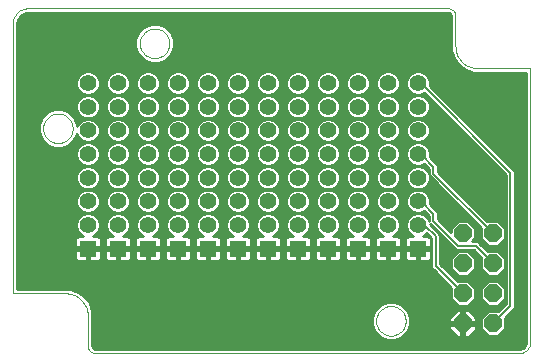
<source format=gbl>
G75*
%MOIN*%
%OFA0B0*%
%FSLAX24Y24*%
%IPPOS*%
%LPD*%
%AMOC8*
5,1,8,0,0,1.08239X$1,22.5*
%
%ADD10C,0.0000*%
%ADD11OC8,0.0600*%
%ADD12R,0.0560X0.0560*%
%ADD13C,0.0560*%
%ADD14C,0.0100*%
%ADD15C,0.0080*%
D10*
X002650Y001400D02*
X002648Y001454D01*
X002642Y001507D01*
X002633Y001559D01*
X002620Y001611D01*
X002603Y001662D01*
X002582Y001712D01*
X002558Y001759D01*
X002531Y001805D01*
X002500Y001849D01*
X002467Y001891D01*
X002430Y001930D01*
X002391Y001967D01*
X002349Y002000D01*
X002305Y002031D01*
X002259Y002058D01*
X002212Y002082D01*
X002162Y002103D01*
X002111Y002120D01*
X002059Y002133D01*
X002007Y002142D01*
X001954Y002148D01*
X001900Y002150D01*
X000150Y002150D01*
X000150Y011256D01*
X000150Y011150D02*
X000152Y011194D01*
X000158Y011237D01*
X000167Y011279D01*
X000180Y011321D01*
X000197Y011361D01*
X000217Y011400D01*
X000240Y011437D01*
X000267Y011471D01*
X000296Y011504D01*
X000329Y011533D01*
X000363Y011560D01*
X000400Y011583D01*
X000439Y011603D01*
X000479Y011620D01*
X000521Y011633D01*
X000563Y011642D01*
X000606Y011648D01*
X000650Y011650D01*
X014650Y011650D01*
X014680Y011648D01*
X014710Y011643D01*
X014739Y011634D01*
X014766Y011621D01*
X014792Y011606D01*
X014816Y011587D01*
X014837Y011566D01*
X014856Y011542D01*
X014871Y011516D01*
X014884Y011489D01*
X014893Y011460D01*
X014898Y011430D01*
X014900Y011400D01*
X014900Y010400D01*
X014902Y010346D01*
X014908Y010293D01*
X014917Y010241D01*
X014930Y010189D01*
X014947Y010138D01*
X014968Y010088D01*
X014992Y010041D01*
X015019Y009995D01*
X015050Y009951D01*
X015083Y009909D01*
X015120Y009870D01*
X015159Y009833D01*
X015201Y009800D01*
X015245Y009769D01*
X015291Y009742D01*
X015338Y009718D01*
X015388Y009697D01*
X015439Y009680D01*
X015491Y009667D01*
X015543Y009658D01*
X015596Y009652D01*
X015650Y009650D01*
X017400Y009650D01*
X017400Y000544D01*
X017398Y000505D01*
X017392Y000467D01*
X017383Y000430D01*
X017370Y000393D01*
X017353Y000358D01*
X017334Y000325D01*
X017311Y000294D01*
X017285Y000265D01*
X017256Y000239D01*
X017225Y000216D01*
X017192Y000197D01*
X017157Y000180D01*
X017120Y000167D01*
X017083Y000158D01*
X017045Y000152D01*
X017006Y000150D01*
X017150Y000150D02*
X002900Y000150D01*
X002870Y000152D01*
X002840Y000157D01*
X002811Y000166D01*
X002784Y000179D01*
X002758Y000194D01*
X002734Y000213D01*
X002713Y000234D01*
X002694Y000258D01*
X002679Y000284D01*
X002666Y000311D01*
X002657Y000340D01*
X002652Y000370D01*
X002650Y000400D01*
X002650Y001400D01*
X001158Y007650D02*
X001160Y007694D01*
X001166Y007738D01*
X001176Y007781D01*
X001189Y007823D01*
X001207Y007863D01*
X001228Y007902D01*
X001252Y007939D01*
X001279Y007974D01*
X001310Y008006D01*
X001343Y008035D01*
X001379Y008061D01*
X001417Y008083D01*
X001457Y008102D01*
X001498Y008118D01*
X001541Y008130D01*
X001584Y008138D01*
X001628Y008142D01*
X001672Y008142D01*
X001716Y008138D01*
X001759Y008130D01*
X001802Y008118D01*
X001843Y008102D01*
X001883Y008083D01*
X001921Y008061D01*
X001957Y008035D01*
X001990Y008006D01*
X002021Y007974D01*
X002048Y007939D01*
X002072Y007902D01*
X002093Y007863D01*
X002111Y007823D01*
X002124Y007781D01*
X002134Y007738D01*
X002140Y007694D01*
X002142Y007650D01*
X002140Y007606D01*
X002134Y007562D01*
X002124Y007519D01*
X002111Y007477D01*
X002093Y007437D01*
X002072Y007398D01*
X002048Y007361D01*
X002021Y007326D01*
X001990Y007294D01*
X001957Y007265D01*
X001921Y007239D01*
X001883Y007217D01*
X001843Y007198D01*
X001802Y007182D01*
X001759Y007170D01*
X001716Y007162D01*
X001672Y007158D01*
X001628Y007158D01*
X001584Y007162D01*
X001541Y007170D01*
X001498Y007182D01*
X001457Y007198D01*
X001417Y007217D01*
X001379Y007239D01*
X001343Y007265D01*
X001310Y007294D01*
X001279Y007326D01*
X001252Y007361D01*
X001228Y007398D01*
X001207Y007437D01*
X001189Y007477D01*
X001176Y007519D01*
X001166Y007562D01*
X001160Y007606D01*
X001158Y007650D01*
X004382Y010485D02*
X004384Y010529D01*
X004390Y010573D01*
X004400Y010616D01*
X004413Y010658D01*
X004431Y010698D01*
X004452Y010737D01*
X004476Y010774D01*
X004503Y010809D01*
X004534Y010841D01*
X004567Y010870D01*
X004603Y010896D01*
X004641Y010918D01*
X004681Y010937D01*
X004722Y010953D01*
X004765Y010965D01*
X004808Y010973D01*
X004852Y010977D01*
X004896Y010977D01*
X004940Y010973D01*
X004983Y010965D01*
X005026Y010953D01*
X005067Y010937D01*
X005107Y010918D01*
X005145Y010896D01*
X005181Y010870D01*
X005214Y010841D01*
X005245Y010809D01*
X005272Y010774D01*
X005296Y010737D01*
X005317Y010698D01*
X005335Y010658D01*
X005348Y010616D01*
X005358Y010573D01*
X005364Y010529D01*
X005366Y010485D01*
X005364Y010441D01*
X005358Y010397D01*
X005348Y010354D01*
X005335Y010312D01*
X005317Y010272D01*
X005296Y010233D01*
X005272Y010196D01*
X005245Y010161D01*
X005214Y010129D01*
X005181Y010100D01*
X005145Y010074D01*
X005107Y010052D01*
X005067Y010033D01*
X005026Y010017D01*
X004983Y010005D01*
X004940Y009997D01*
X004896Y009993D01*
X004852Y009993D01*
X004808Y009997D01*
X004765Y010005D01*
X004722Y010017D01*
X004681Y010033D01*
X004641Y010052D01*
X004603Y010074D01*
X004567Y010100D01*
X004534Y010129D01*
X004503Y010161D01*
X004476Y010196D01*
X004452Y010233D01*
X004431Y010272D01*
X004413Y010312D01*
X004400Y010354D01*
X004390Y010397D01*
X004384Y010441D01*
X004382Y010485D01*
X012256Y001233D02*
X012258Y001277D01*
X012264Y001321D01*
X012274Y001364D01*
X012287Y001406D01*
X012305Y001446D01*
X012326Y001485D01*
X012350Y001522D01*
X012377Y001557D01*
X012408Y001589D01*
X012441Y001618D01*
X012477Y001644D01*
X012515Y001666D01*
X012555Y001685D01*
X012596Y001701D01*
X012639Y001713D01*
X012682Y001721D01*
X012726Y001725D01*
X012770Y001725D01*
X012814Y001721D01*
X012857Y001713D01*
X012900Y001701D01*
X012941Y001685D01*
X012981Y001666D01*
X013019Y001644D01*
X013055Y001618D01*
X013088Y001589D01*
X013119Y001557D01*
X013146Y001522D01*
X013170Y001485D01*
X013191Y001446D01*
X013209Y001406D01*
X013222Y001364D01*
X013232Y001321D01*
X013238Y001277D01*
X013240Y001233D01*
X013238Y001189D01*
X013232Y001145D01*
X013222Y001102D01*
X013209Y001060D01*
X013191Y001020D01*
X013170Y000981D01*
X013146Y000944D01*
X013119Y000909D01*
X013088Y000877D01*
X013055Y000848D01*
X013019Y000822D01*
X012981Y000800D01*
X012941Y000781D01*
X012900Y000765D01*
X012857Y000753D01*
X012814Y000745D01*
X012770Y000741D01*
X012726Y000741D01*
X012682Y000745D01*
X012639Y000753D01*
X012596Y000765D01*
X012555Y000781D01*
X012515Y000800D01*
X012477Y000822D01*
X012441Y000848D01*
X012408Y000877D01*
X012377Y000909D01*
X012350Y000944D01*
X012326Y000981D01*
X012305Y001020D01*
X012287Y001060D01*
X012274Y001102D01*
X012264Y001145D01*
X012258Y001189D01*
X012256Y001233D01*
D11*
X015150Y001150D03*
X016150Y001150D03*
X016150Y002150D03*
X015150Y002150D03*
X015150Y003150D03*
X016150Y003150D03*
X016150Y004150D03*
X015150Y004150D03*
D12*
X013650Y003644D03*
X012650Y003644D03*
X011650Y003644D03*
X010650Y003644D03*
X009650Y003644D03*
X008650Y003644D03*
X007650Y003644D03*
X006650Y003644D03*
X005650Y003644D03*
X004650Y003644D03*
X003650Y003644D03*
X002650Y003644D03*
D13*
X002650Y004431D03*
X003650Y004431D03*
X004650Y004431D03*
X005650Y004431D03*
X006650Y004431D03*
X007650Y004431D03*
X008650Y004431D03*
X009650Y004431D03*
X010650Y004431D03*
X011650Y004431D03*
X012650Y004431D03*
X013650Y004431D03*
X013650Y005219D03*
X012650Y005219D03*
X012650Y006006D03*
X013650Y006006D03*
X013650Y006794D03*
X012650Y006794D03*
X011650Y006794D03*
X010650Y006794D03*
X009650Y006794D03*
X008650Y006794D03*
X007650Y006794D03*
X006650Y006794D03*
X005650Y006794D03*
X004650Y006794D03*
X003650Y006794D03*
X002650Y006794D03*
X002650Y007581D03*
X002650Y008369D03*
X003650Y008369D03*
X003650Y007581D03*
X004650Y007581D03*
X005650Y007581D03*
X005650Y008369D03*
X004650Y008369D03*
X004650Y009156D03*
X005650Y009156D03*
X006650Y009156D03*
X007650Y009156D03*
X008650Y009156D03*
X009650Y009156D03*
X010650Y009156D03*
X011650Y009156D03*
X012650Y009156D03*
X013650Y009156D03*
X013650Y008369D03*
X012650Y008369D03*
X012650Y007581D03*
X013650Y007581D03*
X011650Y007581D03*
X011650Y008369D03*
X010650Y008369D03*
X009650Y008369D03*
X009650Y007581D03*
X010650Y007581D03*
X008650Y007581D03*
X008650Y008369D03*
X007650Y008369D03*
X006650Y008369D03*
X006650Y007581D03*
X007650Y007581D03*
X007650Y006006D03*
X006650Y006006D03*
X006650Y005219D03*
X007650Y005219D03*
X008650Y005219D03*
X008650Y006006D03*
X009650Y006006D03*
X010650Y006006D03*
X010650Y005219D03*
X009650Y005219D03*
X011650Y005219D03*
X011650Y006006D03*
X005650Y006006D03*
X004650Y006006D03*
X004650Y005219D03*
X005650Y005219D03*
X003650Y005219D03*
X003650Y006006D03*
X002650Y006006D03*
X002650Y005219D03*
X002650Y009156D03*
X003650Y009156D03*
D14*
X003292Y009311D02*
X003008Y009311D01*
X002981Y009377D02*
X002871Y009487D01*
X002728Y009546D01*
X002572Y009546D01*
X002429Y009487D01*
X002319Y009377D01*
X002260Y009233D01*
X002260Y009078D01*
X002319Y008935D01*
X002429Y008825D01*
X002572Y008766D01*
X002728Y008766D01*
X002871Y008825D01*
X002981Y008935D01*
X003040Y009078D01*
X003040Y009233D01*
X002981Y009377D01*
X002948Y009409D02*
X003352Y009409D01*
X003319Y009377D02*
X003260Y009233D01*
X003260Y009078D01*
X003319Y008935D01*
X003429Y008825D01*
X003572Y008766D01*
X003728Y008766D01*
X003871Y008825D01*
X003981Y008935D01*
X004040Y009078D01*
X004040Y009233D01*
X003981Y009377D01*
X003871Y009487D01*
X003728Y009546D01*
X003572Y009546D01*
X003429Y009487D01*
X003319Y009377D01*
X003260Y009212D02*
X003040Y009212D01*
X003040Y009114D02*
X003260Y009114D01*
X003286Y009015D02*
X003014Y009015D01*
X002962Y008917D02*
X003338Y008917D01*
X003447Y008818D02*
X002853Y008818D01*
X002822Y008720D02*
X003478Y008720D01*
X003429Y008699D02*
X003319Y008589D01*
X003260Y008446D01*
X003260Y008291D01*
X003319Y008148D01*
X003429Y008038D01*
X003572Y007979D01*
X003728Y007979D01*
X003871Y008038D01*
X003981Y008148D01*
X004040Y008291D01*
X004040Y008446D01*
X003981Y008589D01*
X003871Y008699D01*
X003728Y008759D01*
X003572Y008759D01*
X003429Y008699D01*
X003351Y008621D02*
X002949Y008621D01*
X002981Y008589D02*
X002871Y008699D01*
X002728Y008759D01*
X002572Y008759D01*
X002429Y008699D01*
X002319Y008589D01*
X002260Y008446D01*
X002260Y008291D01*
X002319Y008148D01*
X002429Y008038D01*
X002572Y007979D01*
X002728Y007979D01*
X002871Y008038D01*
X002981Y008148D01*
X003040Y008291D01*
X003040Y008446D01*
X002981Y008589D01*
X003008Y008523D02*
X003292Y008523D01*
X003260Y008424D02*
X003040Y008424D01*
X003040Y008326D02*
X003260Y008326D01*
X003286Y008227D02*
X003014Y008227D01*
X002962Y008129D02*
X003338Y008129D01*
X003448Y008030D02*
X002852Y008030D01*
X002823Y007932D02*
X003477Y007932D01*
X003429Y007912D02*
X003319Y007802D01*
X003260Y007659D01*
X003260Y007504D01*
X003319Y007360D01*
X003429Y007250D01*
X003572Y007191D01*
X003728Y007191D01*
X003871Y007250D01*
X003981Y007360D01*
X004040Y007504D01*
X004040Y007659D01*
X003981Y007802D01*
X003871Y007912D01*
X003728Y007971D01*
X003572Y007971D01*
X003429Y007912D01*
X003350Y007833D02*
X002950Y007833D01*
X002981Y007802D02*
X002871Y007912D01*
X002728Y007971D01*
X002572Y007971D01*
X002429Y007912D01*
X002319Y007802D01*
X002292Y007736D01*
X002292Y007778D01*
X002194Y008014D01*
X002014Y008194D01*
X001778Y008292D01*
X001522Y008292D01*
X001286Y008194D01*
X001106Y008014D01*
X001008Y007778D01*
X001008Y007522D01*
X001106Y007286D01*
X001286Y007106D01*
X001522Y007008D01*
X001778Y007008D01*
X002014Y007106D01*
X002194Y007286D01*
X002272Y007474D01*
X002319Y007360D01*
X002429Y007250D01*
X002572Y007191D01*
X002728Y007191D01*
X002871Y007250D01*
X002981Y007360D01*
X003040Y007504D01*
X003040Y007659D01*
X002981Y007802D01*
X003009Y007735D02*
X003291Y007735D01*
X003260Y007636D02*
X003040Y007636D01*
X003040Y007538D02*
X003260Y007538D01*
X003287Y007439D02*
X003013Y007439D01*
X002961Y007341D02*
X003339Y007341D01*
X003450Y007242D02*
X002850Y007242D01*
X002825Y007144D02*
X003475Y007144D01*
X003429Y007124D02*
X003319Y007015D01*
X003260Y006871D01*
X003260Y006716D01*
X003319Y006573D01*
X003429Y006463D01*
X003572Y006404D01*
X003728Y006404D01*
X003871Y006463D01*
X003981Y006573D01*
X004040Y006716D01*
X004040Y006871D01*
X003981Y007015D01*
X003871Y007124D01*
X003728Y007184D01*
X003572Y007184D01*
X003429Y007124D01*
X003350Y007045D02*
X002950Y007045D01*
X002981Y007015D02*
X002871Y007124D01*
X002728Y007184D01*
X002572Y007184D01*
X002429Y007124D01*
X002319Y007015D01*
X002260Y006871D01*
X002260Y006716D01*
X002319Y006573D01*
X002429Y006463D01*
X002572Y006404D01*
X002728Y006404D01*
X002871Y006463D01*
X002981Y006573D01*
X003040Y006716D01*
X003040Y006871D01*
X002981Y007015D01*
X003009Y006947D02*
X003291Y006947D01*
X003260Y006848D02*
X003040Y006848D01*
X003040Y006750D02*
X003260Y006750D01*
X003287Y006651D02*
X003013Y006651D01*
X002960Y006553D02*
X003340Y006553D01*
X003451Y006454D02*
X002849Y006454D01*
X002826Y006356D02*
X003474Y006356D01*
X003429Y006337D02*
X003319Y006227D01*
X003260Y006084D01*
X003260Y005929D01*
X003319Y005785D01*
X003429Y005676D01*
X003572Y005616D01*
X003728Y005616D01*
X003871Y005676D01*
X003981Y005785D01*
X004040Y005929D01*
X004040Y006084D01*
X003981Y006227D01*
X003871Y006337D01*
X003728Y006396D01*
X003572Y006396D01*
X003429Y006337D01*
X003349Y006257D02*
X002951Y006257D01*
X002981Y006227D02*
X002871Y006337D01*
X002728Y006396D01*
X002572Y006396D01*
X002429Y006337D01*
X002319Y006227D01*
X002260Y006084D01*
X002260Y005929D01*
X002319Y005785D01*
X002429Y005676D01*
X002572Y005616D01*
X002728Y005616D01*
X002871Y005676D01*
X002981Y005785D01*
X003040Y005929D01*
X003040Y006084D01*
X002981Y006227D01*
X003009Y006159D02*
X003291Y006159D01*
X003260Y006060D02*
X003040Y006060D01*
X003040Y005962D02*
X003260Y005962D01*
X003287Y005863D02*
X003013Y005863D01*
X002960Y005765D02*
X003340Y005765D01*
X003452Y005666D02*
X002848Y005666D01*
X002827Y005568D02*
X003473Y005568D01*
X003429Y005550D02*
X003319Y005440D01*
X003260Y005296D01*
X003260Y005141D01*
X003319Y004998D01*
X003429Y004888D01*
X003572Y004829D01*
X003728Y004829D01*
X003871Y004888D01*
X003981Y004998D01*
X004040Y005141D01*
X004040Y005296D01*
X003981Y005440D01*
X003871Y005550D01*
X003728Y005609D01*
X003572Y005609D01*
X003429Y005550D01*
X003349Y005469D02*
X002951Y005469D01*
X002981Y005440D02*
X002871Y005550D01*
X002728Y005609D01*
X002572Y005609D01*
X002429Y005550D01*
X002319Y005440D01*
X002260Y005296D01*
X002260Y005141D01*
X002319Y004998D01*
X002429Y004888D01*
X002572Y004829D01*
X002728Y004829D01*
X002871Y004888D01*
X002981Y004998D01*
X003040Y005141D01*
X003040Y005296D01*
X002981Y005440D01*
X003009Y005371D02*
X003291Y005371D01*
X003260Y005272D02*
X003040Y005272D01*
X003040Y005174D02*
X003260Y005174D01*
X003287Y005075D02*
X003013Y005075D01*
X002959Y004977D02*
X003341Y004977D01*
X003454Y004878D02*
X002846Y004878D01*
X002829Y004780D02*
X003471Y004780D01*
X003429Y004762D02*
X003319Y004652D01*
X003260Y004509D01*
X003260Y004354D01*
X003319Y004211D01*
X003429Y004101D01*
X003494Y004074D01*
X003350Y004074D01*
X003312Y004064D01*
X003278Y004044D01*
X003250Y004016D01*
X003230Y003982D01*
X003220Y003944D01*
X003220Y003684D01*
X003610Y003684D01*
X003610Y003604D01*
X003690Y003604D01*
X003690Y003214D01*
X003950Y003214D01*
X003988Y003224D01*
X004022Y003244D01*
X004050Y003272D01*
X004070Y003306D01*
X004080Y003344D01*
X004080Y003604D01*
X003690Y003604D01*
X003690Y003684D01*
X004080Y003684D01*
X004080Y003944D01*
X004070Y003982D01*
X004050Y004016D01*
X004022Y004044D01*
X003988Y004064D01*
X003950Y004074D01*
X003806Y004074D01*
X003871Y004101D01*
X003981Y004211D01*
X004040Y004354D01*
X004040Y004509D01*
X003981Y004652D01*
X003871Y004762D01*
X003728Y004821D01*
X003572Y004821D01*
X003429Y004762D01*
X003348Y004681D02*
X002952Y004681D01*
X002981Y004652D02*
X002871Y004762D01*
X002728Y004821D01*
X002572Y004821D01*
X002429Y004762D01*
X002319Y004652D01*
X002260Y004509D01*
X002260Y004354D01*
X002319Y004211D01*
X002429Y004101D01*
X002494Y004074D01*
X002350Y004074D01*
X002312Y004064D01*
X002278Y004044D01*
X002250Y004016D01*
X002230Y003982D01*
X002220Y003944D01*
X002220Y003684D01*
X002610Y003684D01*
X002610Y003604D01*
X002690Y003604D01*
X002690Y003214D01*
X002950Y003214D01*
X002988Y003224D01*
X003022Y003244D01*
X003050Y003272D01*
X003070Y003306D01*
X003080Y003344D01*
X003080Y003604D01*
X002690Y003604D01*
X002690Y003684D01*
X003080Y003684D01*
X003080Y003944D01*
X003070Y003982D01*
X003050Y004016D01*
X003022Y004044D01*
X002988Y004064D01*
X002950Y004074D01*
X002806Y004074D01*
X002871Y004101D01*
X002981Y004211D01*
X003040Y004354D01*
X003040Y004509D01*
X002981Y004652D01*
X003010Y004583D02*
X003290Y004583D01*
X003260Y004484D02*
X003040Y004484D01*
X003040Y004386D02*
X003260Y004386D01*
X003288Y004287D02*
X003012Y004287D01*
X002959Y004189D02*
X003341Y004189D01*
X003455Y004090D02*
X002845Y004090D01*
X003064Y003992D02*
X003236Y003992D01*
X003220Y003893D02*
X003080Y003893D01*
X003080Y003795D02*
X003220Y003795D01*
X003220Y003696D02*
X003080Y003696D01*
X003080Y003598D02*
X003220Y003598D01*
X003220Y003604D02*
X003220Y003344D01*
X003230Y003306D01*
X003250Y003272D01*
X003278Y003244D01*
X003312Y003224D01*
X003350Y003214D01*
X003610Y003214D01*
X003610Y003604D01*
X003220Y003604D01*
X003220Y003499D02*
X003080Y003499D01*
X003080Y003401D02*
X003220Y003401D01*
X003233Y003302D02*
X003067Y003302D01*
X002690Y003302D02*
X002610Y003302D01*
X002610Y003214D02*
X002610Y003604D01*
X002220Y003604D01*
X002220Y003344D01*
X002230Y003306D01*
X002250Y003272D01*
X002278Y003244D01*
X002312Y003224D01*
X002350Y003214D01*
X002610Y003214D01*
X002610Y003401D02*
X002690Y003401D01*
X002690Y003499D02*
X002610Y003499D01*
X002610Y003598D02*
X002690Y003598D01*
X002220Y003598D02*
X000300Y003598D01*
X000300Y003696D02*
X002220Y003696D01*
X002220Y003795D02*
X000300Y003795D01*
X000300Y003893D02*
X002220Y003893D01*
X002236Y003992D02*
X000300Y003992D01*
X000300Y004090D02*
X002455Y004090D01*
X002341Y004189D02*
X000300Y004189D01*
X000300Y004287D02*
X002288Y004287D01*
X002260Y004386D02*
X000300Y004386D01*
X000300Y004484D02*
X002260Y004484D01*
X002290Y004583D02*
X000300Y004583D01*
X000300Y004681D02*
X002348Y004681D01*
X002471Y004780D02*
X000300Y004780D01*
X000300Y004878D02*
X002454Y004878D01*
X002341Y004977D02*
X000300Y004977D01*
X000300Y005075D02*
X002287Y005075D01*
X002260Y005174D02*
X000300Y005174D01*
X000300Y005272D02*
X002260Y005272D01*
X002291Y005371D02*
X000300Y005371D01*
X000300Y005469D02*
X002349Y005469D01*
X002473Y005568D02*
X000300Y005568D01*
X000300Y005666D02*
X002452Y005666D01*
X002340Y005765D02*
X000300Y005765D01*
X000300Y005863D02*
X002287Y005863D01*
X002260Y005962D02*
X000300Y005962D01*
X000300Y006060D02*
X002260Y006060D01*
X002291Y006159D02*
X000300Y006159D01*
X000300Y006257D02*
X002349Y006257D01*
X002474Y006356D02*
X000300Y006356D01*
X000300Y006454D02*
X002451Y006454D01*
X002340Y006553D02*
X000300Y006553D01*
X000300Y006651D02*
X002287Y006651D01*
X002260Y006750D02*
X000300Y006750D01*
X000300Y006848D02*
X002260Y006848D01*
X002291Y006947D02*
X000300Y006947D01*
X000300Y007045D02*
X001433Y007045D01*
X001248Y007144D02*
X000300Y007144D01*
X000300Y007242D02*
X001150Y007242D01*
X001083Y007341D02*
X000300Y007341D01*
X000300Y007439D02*
X001042Y007439D01*
X001008Y007538D02*
X000300Y007538D01*
X000300Y007636D02*
X001008Y007636D01*
X001008Y007735D02*
X000300Y007735D01*
X000300Y007833D02*
X001031Y007833D01*
X001072Y007932D02*
X000300Y007932D01*
X000300Y008030D02*
X001122Y008030D01*
X001220Y008129D02*
X000300Y008129D01*
X000300Y008227D02*
X001365Y008227D01*
X001935Y008227D02*
X002286Y008227D01*
X002260Y008326D02*
X000300Y008326D01*
X000300Y008424D02*
X002260Y008424D01*
X002292Y008523D02*
X000300Y008523D01*
X000300Y008621D02*
X002351Y008621D01*
X002478Y008720D02*
X000300Y008720D01*
X000300Y008818D02*
X002447Y008818D01*
X002338Y008917D02*
X000300Y008917D01*
X000300Y009015D02*
X002286Y009015D01*
X002260Y009114D02*
X000300Y009114D01*
X000300Y009212D02*
X002260Y009212D01*
X002292Y009311D02*
X000300Y009311D01*
X000300Y009409D02*
X002352Y009409D01*
X002480Y009508D02*
X000300Y009508D01*
X000300Y009606D02*
X015212Y009606D01*
X015236Y009588D02*
X015236Y009588D01*
X015006Y009756D01*
X015006Y009756D01*
X015006Y009756D01*
X014838Y009986D01*
X014838Y009986D01*
X014750Y010257D01*
X014750Y011400D01*
X014747Y011426D01*
X014721Y011471D01*
X014676Y011497D01*
X014650Y011500D01*
X000650Y011500D01*
X000582Y011493D01*
X000456Y011441D01*
X000359Y011344D01*
X000307Y011218D01*
X000300Y011150D01*
X000300Y002300D01*
X002043Y002300D01*
X002314Y002212D01*
X002544Y002044D01*
X002544Y002044D01*
X002544Y002044D01*
X002712Y001814D01*
X002712Y001814D01*
X002800Y001543D01*
X002800Y000400D01*
X002803Y000374D01*
X002829Y000329D01*
X002874Y000303D01*
X002900Y000300D01*
X017006Y000300D01*
X017054Y000305D01*
X017142Y000341D01*
X017209Y000408D01*
X017245Y000496D01*
X017250Y000544D01*
X002800Y000544D01*
X002800Y000446D02*
X017224Y000446D01*
X017250Y000544D02*
X017250Y009500D01*
X015507Y009500D01*
X015236Y009588D01*
X015076Y009705D02*
X000300Y009705D01*
X000300Y009803D02*
X014971Y009803D01*
X014900Y009902D02*
X005145Y009902D01*
X005238Y009940D02*
X005002Y009843D01*
X004747Y009843D01*
X004511Y009940D01*
X004330Y010121D01*
X004232Y010357D01*
X004232Y010612D01*
X004330Y010848D01*
X004511Y011029D01*
X004747Y011127D01*
X005002Y011127D01*
X005238Y011029D01*
X005419Y010848D01*
X005517Y010612D01*
X005517Y010357D01*
X005419Y010121D01*
X005238Y009940D01*
X005298Y010000D02*
X014834Y010000D01*
X014802Y010099D02*
X005396Y010099D01*
X005450Y010197D02*
X014770Y010197D01*
X014750Y010296D02*
X005491Y010296D01*
X005517Y010394D02*
X014750Y010394D01*
X014750Y010493D02*
X005517Y010493D01*
X005517Y010591D02*
X014750Y010591D01*
X014750Y010690D02*
X005485Y010690D01*
X005444Y010788D02*
X014750Y010788D01*
X014750Y010887D02*
X005381Y010887D01*
X005282Y010985D02*
X014750Y010985D01*
X014750Y011084D02*
X005107Y011084D01*
X004642Y011084D02*
X000300Y011084D01*
X000303Y011182D02*
X014750Y011182D01*
X014750Y011281D02*
X000333Y011281D01*
X000394Y011379D02*
X014750Y011379D01*
X014709Y011478D02*
X000544Y011478D01*
X000300Y010985D02*
X004467Y010985D01*
X004368Y010887D02*
X000300Y010887D01*
X000300Y010788D02*
X004305Y010788D01*
X004264Y010690D02*
X000300Y010690D01*
X000300Y010591D02*
X004232Y010591D01*
X004232Y010493D02*
X000300Y010493D01*
X000300Y010394D02*
X004232Y010394D01*
X004258Y010296D02*
X000300Y010296D01*
X000300Y010197D02*
X004299Y010197D01*
X004352Y010099D02*
X000300Y010099D01*
X000300Y010000D02*
X004451Y010000D01*
X004604Y009902D02*
X000300Y009902D01*
X002820Y009508D02*
X003480Y009508D01*
X003820Y009508D02*
X004480Y009508D01*
X004429Y009487D02*
X004572Y009546D01*
X004728Y009546D01*
X004871Y009487D01*
X004981Y009377D01*
X005040Y009233D01*
X005040Y009078D01*
X004981Y008935D01*
X004871Y008825D01*
X004728Y008766D01*
X004572Y008766D01*
X004429Y008825D01*
X004319Y008935D01*
X004260Y009078D01*
X004260Y009233D01*
X004319Y009377D01*
X004429Y009487D01*
X004352Y009409D02*
X003948Y009409D01*
X004008Y009311D02*
X004292Y009311D01*
X004260Y009212D02*
X004040Y009212D01*
X004040Y009114D02*
X004260Y009114D01*
X004286Y009015D02*
X004014Y009015D01*
X003962Y008917D02*
X004338Y008917D01*
X004447Y008818D02*
X003853Y008818D01*
X003822Y008720D02*
X004478Y008720D01*
X004429Y008699D02*
X004319Y008589D01*
X004260Y008446D01*
X004260Y008291D01*
X004319Y008148D01*
X004429Y008038D01*
X004572Y007979D01*
X004728Y007979D01*
X004871Y008038D01*
X004981Y008148D01*
X005040Y008291D01*
X005040Y008446D01*
X004981Y008589D01*
X004871Y008699D01*
X004728Y008759D01*
X004572Y008759D01*
X004429Y008699D01*
X004351Y008621D02*
X003949Y008621D01*
X004008Y008523D02*
X004292Y008523D01*
X004260Y008424D02*
X004040Y008424D01*
X004040Y008326D02*
X004260Y008326D01*
X004286Y008227D02*
X004014Y008227D01*
X003962Y008129D02*
X004338Y008129D01*
X004448Y008030D02*
X003852Y008030D01*
X003823Y007932D02*
X004477Y007932D01*
X004429Y007912D02*
X004572Y007971D01*
X004728Y007971D01*
X004871Y007912D01*
X004981Y007802D01*
X005040Y007659D01*
X005040Y007504D01*
X004981Y007360D01*
X004871Y007250D01*
X004728Y007191D01*
X004572Y007191D01*
X004429Y007250D01*
X004319Y007360D01*
X004260Y007504D01*
X004260Y007659D01*
X004319Y007802D01*
X004429Y007912D01*
X004350Y007833D02*
X003950Y007833D01*
X004009Y007735D02*
X004291Y007735D01*
X004260Y007636D02*
X004040Y007636D01*
X004040Y007538D02*
X004260Y007538D01*
X004287Y007439D02*
X004013Y007439D01*
X003961Y007341D02*
X004339Y007341D01*
X004450Y007242D02*
X003850Y007242D01*
X003825Y007144D02*
X004475Y007144D01*
X004429Y007124D02*
X004572Y007184D01*
X004728Y007184D01*
X004871Y007124D01*
X004981Y007015D01*
X005040Y006871D01*
X005040Y006716D01*
X004981Y006573D01*
X004871Y006463D01*
X004728Y006404D01*
X004572Y006404D01*
X004429Y006463D01*
X004319Y006573D01*
X004260Y006716D01*
X004260Y006871D01*
X004319Y007015D01*
X004429Y007124D01*
X004350Y007045D02*
X003950Y007045D01*
X004009Y006947D02*
X004291Y006947D01*
X004260Y006848D02*
X004040Y006848D01*
X004040Y006750D02*
X004260Y006750D01*
X004287Y006651D02*
X004013Y006651D01*
X003960Y006553D02*
X004340Y006553D01*
X004451Y006454D02*
X003849Y006454D01*
X003826Y006356D02*
X004474Y006356D01*
X004429Y006337D02*
X004319Y006227D01*
X004260Y006084D01*
X004260Y005929D01*
X004319Y005785D01*
X004429Y005676D01*
X004572Y005616D01*
X004728Y005616D01*
X004871Y005676D01*
X004981Y005785D01*
X005040Y005929D01*
X005040Y006084D01*
X004981Y006227D01*
X004871Y006337D01*
X004728Y006396D01*
X004572Y006396D01*
X004429Y006337D01*
X004349Y006257D02*
X003951Y006257D01*
X004009Y006159D02*
X004291Y006159D01*
X004260Y006060D02*
X004040Y006060D01*
X004040Y005962D02*
X004260Y005962D01*
X004287Y005863D02*
X004013Y005863D01*
X003960Y005765D02*
X004340Y005765D01*
X004452Y005666D02*
X003848Y005666D01*
X003827Y005568D02*
X004473Y005568D01*
X004429Y005550D02*
X004572Y005609D01*
X004728Y005609D01*
X004871Y005550D01*
X004981Y005440D01*
X005040Y005296D01*
X005040Y005141D01*
X004981Y004998D01*
X004871Y004888D01*
X004728Y004829D01*
X004572Y004829D01*
X004429Y004888D01*
X004319Y004998D01*
X004260Y005141D01*
X004260Y005296D01*
X004319Y005440D01*
X004429Y005550D01*
X004349Y005469D02*
X003951Y005469D01*
X004009Y005371D02*
X004291Y005371D01*
X004260Y005272D02*
X004040Y005272D01*
X004040Y005174D02*
X004260Y005174D01*
X004287Y005075D02*
X004013Y005075D01*
X003959Y004977D02*
X004341Y004977D01*
X004454Y004878D02*
X003846Y004878D01*
X003829Y004780D02*
X004471Y004780D01*
X004429Y004762D02*
X004572Y004821D01*
X004728Y004821D01*
X004871Y004762D01*
X004981Y004652D01*
X005040Y004509D01*
X005040Y004354D01*
X004981Y004211D01*
X004871Y004101D01*
X004806Y004074D01*
X004950Y004074D01*
X004988Y004064D01*
X005022Y004044D01*
X005050Y004016D01*
X005070Y003982D01*
X005080Y003944D01*
X005080Y003684D01*
X004690Y003684D01*
X004690Y003604D01*
X004690Y003214D01*
X004950Y003214D01*
X004988Y003224D01*
X005022Y003244D01*
X005050Y003272D01*
X005070Y003306D01*
X005080Y003344D01*
X005080Y003604D01*
X004690Y003604D01*
X004610Y003604D01*
X004610Y003214D01*
X004350Y003214D01*
X004312Y003224D01*
X004278Y003244D01*
X004250Y003272D01*
X004230Y003306D01*
X004220Y003344D01*
X004220Y003604D01*
X004610Y003604D01*
X004610Y003684D01*
X004220Y003684D01*
X004220Y003944D01*
X004230Y003982D01*
X004250Y004016D01*
X004278Y004044D01*
X004312Y004064D01*
X004350Y004074D01*
X004494Y004074D01*
X004429Y004101D01*
X004319Y004211D01*
X004260Y004354D01*
X004260Y004509D01*
X004319Y004652D01*
X004429Y004762D01*
X004348Y004681D02*
X003952Y004681D01*
X004010Y004583D02*
X004290Y004583D01*
X004260Y004484D02*
X004040Y004484D01*
X004040Y004386D02*
X004260Y004386D01*
X004288Y004287D02*
X004012Y004287D01*
X003959Y004189D02*
X004341Y004189D01*
X004455Y004090D02*
X003845Y004090D01*
X004064Y003992D02*
X004236Y003992D01*
X004220Y003893D02*
X004080Y003893D01*
X004080Y003795D02*
X004220Y003795D01*
X004220Y003696D02*
X004080Y003696D01*
X004080Y003598D02*
X004220Y003598D01*
X004220Y003499D02*
X004080Y003499D01*
X004080Y003401D02*
X004220Y003401D01*
X004233Y003302D02*
X004067Y003302D01*
X003690Y003302D02*
X003610Y003302D01*
X003610Y003401D02*
X003690Y003401D01*
X003690Y003499D02*
X003610Y003499D01*
X003610Y003598D02*
X003690Y003598D01*
X004610Y003598D02*
X004690Y003598D01*
X004690Y003499D02*
X004610Y003499D01*
X004610Y003401D02*
X004690Y003401D01*
X004690Y003302D02*
X004610Y003302D01*
X005067Y003302D02*
X005233Y003302D01*
X005230Y003306D02*
X005250Y003272D01*
X005278Y003244D01*
X005312Y003224D01*
X005350Y003214D01*
X005610Y003214D01*
X005610Y003604D01*
X005690Y003604D01*
X005690Y003214D01*
X005950Y003214D01*
X005988Y003224D01*
X006022Y003244D01*
X006050Y003272D01*
X006070Y003306D01*
X006080Y003344D01*
X006080Y003604D01*
X005690Y003604D01*
X005690Y003684D01*
X006080Y003684D01*
X006080Y003944D01*
X006070Y003982D01*
X006050Y004016D01*
X006022Y004044D01*
X005988Y004064D01*
X005950Y004074D01*
X005806Y004074D01*
X005871Y004101D01*
X005981Y004211D01*
X006040Y004354D01*
X006040Y004509D01*
X005981Y004652D01*
X005871Y004762D01*
X005728Y004821D01*
X005572Y004821D01*
X005429Y004762D01*
X005319Y004652D01*
X005260Y004509D01*
X005260Y004354D01*
X005319Y004211D01*
X005429Y004101D01*
X005494Y004074D01*
X005350Y004074D01*
X005312Y004064D01*
X005278Y004044D01*
X005250Y004016D01*
X005230Y003982D01*
X005220Y003944D01*
X005220Y003684D01*
X005610Y003684D01*
X005610Y003604D01*
X005220Y003604D01*
X005220Y003344D01*
X005230Y003306D01*
X005220Y003401D02*
X005080Y003401D01*
X005080Y003499D02*
X005220Y003499D01*
X005220Y003598D02*
X005080Y003598D01*
X005080Y003696D02*
X005220Y003696D01*
X005220Y003795D02*
X005080Y003795D01*
X005080Y003893D02*
X005220Y003893D01*
X005236Y003992D02*
X005064Y003992D01*
X004845Y004090D02*
X005455Y004090D01*
X005341Y004189D02*
X004959Y004189D01*
X005012Y004287D02*
X005288Y004287D01*
X005260Y004386D02*
X005040Y004386D01*
X005040Y004484D02*
X005260Y004484D01*
X005290Y004583D02*
X005010Y004583D01*
X004952Y004681D02*
X005348Y004681D01*
X005471Y004780D02*
X004829Y004780D01*
X004846Y004878D02*
X005454Y004878D01*
X005429Y004888D02*
X005572Y004829D01*
X005728Y004829D01*
X005871Y004888D01*
X005981Y004998D01*
X006040Y005141D01*
X006040Y005296D01*
X005981Y005440D01*
X005871Y005550D01*
X005728Y005609D01*
X005572Y005609D01*
X005429Y005550D01*
X005319Y005440D01*
X005260Y005296D01*
X005260Y005141D01*
X005319Y004998D01*
X005429Y004888D01*
X005341Y004977D02*
X004959Y004977D01*
X005013Y005075D02*
X005287Y005075D01*
X005260Y005174D02*
X005040Y005174D01*
X005040Y005272D02*
X005260Y005272D01*
X005291Y005371D02*
X005009Y005371D01*
X004951Y005469D02*
X005349Y005469D01*
X005473Y005568D02*
X004827Y005568D01*
X004848Y005666D02*
X005452Y005666D01*
X005429Y005676D02*
X005572Y005616D01*
X005728Y005616D01*
X005871Y005676D01*
X005981Y005785D01*
X006040Y005929D01*
X006040Y006084D01*
X005981Y006227D01*
X005871Y006337D01*
X005728Y006396D01*
X005572Y006396D01*
X005429Y006337D01*
X005319Y006227D01*
X005260Y006084D01*
X005260Y005929D01*
X005319Y005785D01*
X005429Y005676D01*
X005340Y005765D02*
X004960Y005765D01*
X005013Y005863D02*
X005287Y005863D01*
X005260Y005962D02*
X005040Y005962D01*
X005040Y006060D02*
X005260Y006060D01*
X005291Y006159D02*
X005009Y006159D01*
X004951Y006257D02*
X005349Y006257D01*
X005474Y006356D02*
X004826Y006356D01*
X004849Y006454D02*
X005451Y006454D01*
X005429Y006463D02*
X005572Y006404D01*
X005728Y006404D01*
X005871Y006463D01*
X005981Y006573D01*
X006040Y006716D01*
X006040Y006871D01*
X005981Y007015D01*
X005871Y007124D01*
X005728Y007184D01*
X005572Y007184D01*
X005429Y007124D01*
X005319Y007015D01*
X005260Y006871D01*
X005260Y006716D01*
X005319Y006573D01*
X005429Y006463D01*
X005340Y006553D02*
X004960Y006553D01*
X005013Y006651D02*
X005287Y006651D01*
X005260Y006750D02*
X005040Y006750D01*
X005040Y006848D02*
X005260Y006848D01*
X005291Y006947D02*
X005009Y006947D01*
X004950Y007045D02*
X005350Y007045D01*
X005475Y007144D02*
X004825Y007144D01*
X004850Y007242D02*
X005450Y007242D01*
X005429Y007250D02*
X005572Y007191D01*
X005728Y007191D01*
X005871Y007250D01*
X005981Y007360D01*
X006040Y007504D01*
X006040Y007659D01*
X005981Y007802D01*
X005871Y007912D01*
X005728Y007971D01*
X005572Y007971D01*
X005429Y007912D01*
X005319Y007802D01*
X005260Y007659D01*
X005260Y007504D01*
X005319Y007360D01*
X005429Y007250D01*
X005339Y007341D02*
X004961Y007341D01*
X005013Y007439D02*
X005287Y007439D01*
X005260Y007538D02*
X005040Y007538D01*
X005040Y007636D02*
X005260Y007636D01*
X005291Y007735D02*
X005009Y007735D01*
X004950Y007833D02*
X005350Y007833D01*
X005477Y007932D02*
X004823Y007932D01*
X004852Y008030D02*
X005448Y008030D01*
X005429Y008038D02*
X005572Y007979D01*
X005728Y007979D01*
X005871Y008038D01*
X005981Y008148D01*
X006040Y008291D01*
X006040Y008446D01*
X005981Y008589D01*
X005871Y008699D01*
X005728Y008759D01*
X005572Y008759D01*
X005429Y008699D01*
X005319Y008589D01*
X005260Y008446D01*
X005260Y008291D01*
X005319Y008148D01*
X005429Y008038D01*
X005338Y008129D02*
X004962Y008129D01*
X005014Y008227D02*
X005286Y008227D01*
X005260Y008326D02*
X005040Y008326D01*
X005040Y008424D02*
X005260Y008424D01*
X005292Y008523D02*
X005008Y008523D01*
X004949Y008621D02*
X005351Y008621D01*
X005478Y008720D02*
X004822Y008720D01*
X004853Y008818D02*
X005447Y008818D01*
X005429Y008825D02*
X005572Y008766D01*
X005728Y008766D01*
X005871Y008825D01*
X005981Y008935D01*
X006040Y009078D01*
X006040Y009233D01*
X005981Y009377D01*
X005871Y009487D01*
X005728Y009546D01*
X005572Y009546D01*
X005429Y009487D01*
X005319Y009377D01*
X005260Y009233D01*
X005260Y009078D01*
X005319Y008935D01*
X005429Y008825D01*
X005338Y008917D02*
X004962Y008917D01*
X005014Y009015D02*
X005286Y009015D01*
X005260Y009114D02*
X005040Y009114D01*
X005040Y009212D02*
X005260Y009212D01*
X005292Y009311D02*
X005008Y009311D01*
X004948Y009409D02*
X005352Y009409D01*
X005480Y009508D02*
X004820Y009508D01*
X005820Y009508D02*
X006480Y009508D01*
X006429Y009487D02*
X006319Y009377D01*
X006260Y009233D01*
X006260Y009078D01*
X006319Y008935D01*
X006429Y008825D01*
X006572Y008766D01*
X006728Y008766D01*
X006871Y008825D01*
X006981Y008935D01*
X007040Y009078D01*
X007040Y009233D01*
X006981Y009377D01*
X006871Y009487D01*
X006728Y009546D01*
X006572Y009546D01*
X006429Y009487D01*
X006352Y009409D02*
X005948Y009409D01*
X006008Y009311D02*
X006292Y009311D01*
X006260Y009212D02*
X006040Y009212D01*
X006040Y009114D02*
X006260Y009114D01*
X006286Y009015D02*
X006014Y009015D01*
X005962Y008917D02*
X006338Y008917D01*
X006447Y008818D02*
X005853Y008818D01*
X005822Y008720D02*
X006478Y008720D01*
X006429Y008699D02*
X006319Y008589D01*
X006260Y008446D01*
X006260Y008291D01*
X006319Y008148D01*
X006429Y008038D01*
X006572Y007979D01*
X006728Y007979D01*
X006871Y008038D01*
X006981Y008148D01*
X007040Y008291D01*
X007040Y008446D01*
X006981Y008589D01*
X006871Y008699D01*
X006728Y008759D01*
X006572Y008759D01*
X006429Y008699D01*
X006351Y008621D02*
X005949Y008621D01*
X006008Y008523D02*
X006292Y008523D01*
X006260Y008424D02*
X006040Y008424D01*
X006040Y008326D02*
X006260Y008326D01*
X006286Y008227D02*
X006014Y008227D01*
X005962Y008129D02*
X006338Y008129D01*
X006448Y008030D02*
X005852Y008030D01*
X005823Y007932D02*
X006477Y007932D01*
X006429Y007912D02*
X006319Y007802D01*
X006260Y007659D01*
X006260Y007504D01*
X006319Y007360D01*
X006429Y007250D01*
X006572Y007191D01*
X006728Y007191D01*
X006871Y007250D01*
X006981Y007360D01*
X007040Y007504D01*
X007040Y007659D01*
X006981Y007802D01*
X006871Y007912D01*
X006728Y007971D01*
X006572Y007971D01*
X006429Y007912D01*
X006350Y007833D02*
X005950Y007833D01*
X006009Y007735D02*
X006291Y007735D01*
X006260Y007636D02*
X006040Y007636D01*
X006040Y007538D02*
X006260Y007538D01*
X006287Y007439D02*
X006013Y007439D01*
X005961Y007341D02*
X006339Y007341D01*
X006450Y007242D02*
X005850Y007242D01*
X005825Y007144D02*
X006475Y007144D01*
X006429Y007124D02*
X006319Y007015D01*
X006260Y006871D01*
X006260Y006716D01*
X006319Y006573D01*
X006429Y006463D01*
X006572Y006404D01*
X006728Y006404D01*
X006871Y006463D01*
X006981Y006573D01*
X007040Y006716D01*
X007040Y006871D01*
X006981Y007015D01*
X006871Y007124D01*
X006728Y007184D01*
X006572Y007184D01*
X006429Y007124D01*
X006350Y007045D02*
X005950Y007045D01*
X006009Y006947D02*
X006291Y006947D01*
X006260Y006848D02*
X006040Y006848D01*
X006040Y006750D02*
X006260Y006750D01*
X006287Y006651D02*
X006013Y006651D01*
X005960Y006553D02*
X006340Y006553D01*
X006451Y006454D02*
X005849Y006454D01*
X005826Y006356D02*
X006474Y006356D01*
X006429Y006337D02*
X006319Y006227D01*
X006260Y006084D01*
X006260Y005929D01*
X006319Y005785D01*
X006429Y005676D01*
X006572Y005616D01*
X006728Y005616D01*
X006871Y005676D01*
X006981Y005785D01*
X007040Y005929D01*
X007040Y006084D01*
X006981Y006227D01*
X006871Y006337D01*
X006728Y006396D01*
X006572Y006396D01*
X006429Y006337D01*
X006349Y006257D02*
X005951Y006257D01*
X006009Y006159D02*
X006291Y006159D01*
X006260Y006060D02*
X006040Y006060D01*
X006040Y005962D02*
X006260Y005962D01*
X006287Y005863D02*
X006013Y005863D01*
X005960Y005765D02*
X006340Y005765D01*
X006452Y005666D02*
X005848Y005666D01*
X005827Y005568D02*
X006473Y005568D01*
X006429Y005550D02*
X006319Y005440D01*
X006260Y005296D01*
X006260Y005141D01*
X006319Y004998D01*
X006429Y004888D01*
X006572Y004829D01*
X006728Y004829D01*
X006871Y004888D01*
X006981Y004998D01*
X007040Y005141D01*
X007040Y005296D01*
X006981Y005440D01*
X006871Y005550D01*
X006728Y005609D01*
X006572Y005609D01*
X006429Y005550D01*
X006349Y005469D02*
X005951Y005469D01*
X006009Y005371D02*
X006291Y005371D01*
X006260Y005272D02*
X006040Y005272D01*
X006040Y005174D02*
X006260Y005174D01*
X006287Y005075D02*
X006013Y005075D01*
X005959Y004977D02*
X006341Y004977D01*
X006454Y004878D02*
X005846Y004878D01*
X005829Y004780D02*
X006471Y004780D01*
X006429Y004762D02*
X006319Y004652D01*
X006260Y004509D01*
X006260Y004354D01*
X006319Y004211D01*
X006429Y004101D01*
X006494Y004074D01*
X006350Y004074D01*
X006312Y004064D01*
X006278Y004044D01*
X006250Y004016D01*
X006230Y003982D01*
X006220Y003944D01*
X006220Y003684D01*
X006610Y003684D01*
X006610Y003604D01*
X006690Y003604D01*
X006690Y003214D01*
X006950Y003214D01*
X006988Y003224D01*
X007022Y003244D01*
X007050Y003272D01*
X007070Y003306D01*
X007080Y003344D01*
X007080Y003604D01*
X006690Y003604D01*
X006690Y003684D01*
X007080Y003684D01*
X007080Y003944D01*
X007070Y003982D01*
X007050Y004016D01*
X007022Y004044D01*
X006988Y004064D01*
X006950Y004074D01*
X006806Y004074D01*
X006871Y004101D01*
X006981Y004211D01*
X007040Y004354D01*
X007040Y004509D01*
X006981Y004652D01*
X006871Y004762D01*
X006728Y004821D01*
X006572Y004821D01*
X006429Y004762D01*
X006348Y004681D02*
X005952Y004681D01*
X006010Y004583D02*
X006290Y004583D01*
X006260Y004484D02*
X006040Y004484D01*
X006040Y004386D02*
X006260Y004386D01*
X006288Y004287D02*
X006012Y004287D01*
X005959Y004189D02*
X006341Y004189D01*
X006455Y004090D02*
X005845Y004090D01*
X006064Y003992D02*
X006236Y003992D01*
X006220Y003893D02*
X006080Y003893D01*
X006080Y003795D02*
X006220Y003795D01*
X006220Y003696D02*
X006080Y003696D01*
X006080Y003598D02*
X006220Y003598D01*
X006220Y003604D02*
X006220Y003344D01*
X006230Y003306D01*
X006250Y003272D01*
X006278Y003244D01*
X006312Y003224D01*
X006350Y003214D01*
X006610Y003214D01*
X006610Y003604D01*
X006220Y003604D01*
X006220Y003499D02*
X006080Y003499D01*
X006080Y003401D02*
X006220Y003401D01*
X006233Y003302D02*
X006067Y003302D01*
X005690Y003302D02*
X005610Y003302D01*
X005610Y003401D02*
X005690Y003401D01*
X005690Y003499D02*
X005610Y003499D01*
X005610Y003598D02*
X005690Y003598D01*
X006610Y003598D02*
X006690Y003598D01*
X006690Y003499D02*
X006610Y003499D01*
X006610Y003401D02*
X006690Y003401D01*
X006690Y003302D02*
X006610Y003302D01*
X007067Y003302D02*
X007233Y003302D01*
X007230Y003306D02*
X007250Y003272D01*
X007278Y003244D01*
X007312Y003224D01*
X007350Y003214D01*
X007610Y003214D01*
X007610Y003604D01*
X007690Y003604D01*
X007690Y003214D01*
X007950Y003214D01*
X007988Y003224D01*
X008022Y003244D01*
X008050Y003272D01*
X008070Y003306D01*
X008080Y003344D01*
X008080Y003604D01*
X007690Y003604D01*
X007690Y003684D01*
X008080Y003684D01*
X008080Y003944D01*
X008070Y003982D01*
X008050Y004016D01*
X008022Y004044D01*
X007988Y004064D01*
X007950Y004074D01*
X007806Y004074D01*
X007871Y004101D01*
X007981Y004211D01*
X008040Y004354D01*
X008040Y004509D01*
X007981Y004652D01*
X007871Y004762D01*
X007728Y004821D01*
X007572Y004821D01*
X007429Y004762D01*
X007319Y004652D01*
X007260Y004509D01*
X007260Y004354D01*
X007319Y004211D01*
X007429Y004101D01*
X007494Y004074D01*
X007350Y004074D01*
X007312Y004064D01*
X007278Y004044D01*
X007250Y004016D01*
X007230Y003982D01*
X007220Y003944D01*
X007220Y003684D01*
X007610Y003684D01*
X007610Y003604D01*
X007220Y003604D01*
X007220Y003344D01*
X007230Y003306D01*
X007220Y003401D02*
X007080Y003401D01*
X007080Y003499D02*
X007220Y003499D01*
X007220Y003598D02*
X007080Y003598D01*
X007080Y003696D02*
X007220Y003696D01*
X007220Y003795D02*
X007080Y003795D01*
X007080Y003893D02*
X007220Y003893D01*
X007236Y003992D02*
X007064Y003992D01*
X006845Y004090D02*
X007455Y004090D01*
X007341Y004189D02*
X006959Y004189D01*
X007012Y004287D02*
X007288Y004287D01*
X007260Y004386D02*
X007040Y004386D01*
X007040Y004484D02*
X007260Y004484D01*
X007290Y004583D02*
X007010Y004583D01*
X006952Y004681D02*
X007348Y004681D01*
X007471Y004780D02*
X006829Y004780D01*
X006846Y004878D02*
X007454Y004878D01*
X007429Y004888D02*
X007572Y004829D01*
X007728Y004829D01*
X007871Y004888D01*
X007981Y004998D01*
X008040Y005141D01*
X008040Y005296D01*
X007981Y005440D01*
X007871Y005550D01*
X007728Y005609D01*
X007572Y005609D01*
X007429Y005550D01*
X007319Y005440D01*
X007260Y005296D01*
X007260Y005141D01*
X007319Y004998D01*
X007429Y004888D01*
X007341Y004977D02*
X006959Y004977D01*
X007013Y005075D02*
X007287Y005075D01*
X007260Y005174D02*
X007040Y005174D01*
X007040Y005272D02*
X007260Y005272D01*
X007291Y005371D02*
X007009Y005371D01*
X006951Y005469D02*
X007349Y005469D01*
X007473Y005568D02*
X006827Y005568D01*
X006848Y005666D02*
X007452Y005666D01*
X007429Y005676D02*
X007572Y005616D01*
X007728Y005616D01*
X007871Y005676D01*
X007981Y005785D01*
X008040Y005929D01*
X008040Y006084D01*
X007981Y006227D01*
X007871Y006337D01*
X007728Y006396D01*
X007572Y006396D01*
X007429Y006337D01*
X007319Y006227D01*
X007260Y006084D01*
X007260Y005929D01*
X007319Y005785D01*
X007429Y005676D01*
X007340Y005765D02*
X006960Y005765D01*
X007013Y005863D02*
X007287Y005863D01*
X007260Y005962D02*
X007040Y005962D01*
X007040Y006060D02*
X007260Y006060D01*
X007291Y006159D02*
X007009Y006159D01*
X006951Y006257D02*
X007349Y006257D01*
X007474Y006356D02*
X006826Y006356D01*
X006849Y006454D02*
X007451Y006454D01*
X007429Y006463D02*
X007572Y006404D01*
X007728Y006404D01*
X007871Y006463D01*
X007981Y006573D01*
X008040Y006716D01*
X008040Y006871D01*
X007981Y007015D01*
X007871Y007124D01*
X007728Y007184D01*
X007572Y007184D01*
X007429Y007124D01*
X007319Y007015D01*
X007260Y006871D01*
X007260Y006716D01*
X007319Y006573D01*
X007429Y006463D01*
X007340Y006553D02*
X006960Y006553D01*
X007013Y006651D02*
X007287Y006651D01*
X007260Y006750D02*
X007040Y006750D01*
X007040Y006848D02*
X007260Y006848D01*
X007291Y006947D02*
X007009Y006947D01*
X006950Y007045D02*
X007350Y007045D01*
X007475Y007144D02*
X006825Y007144D01*
X006850Y007242D02*
X007450Y007242D01*
X007429Y007250D02*
X007572Y007191D01*
X007728Y007191D01*
X007871Y007250D01*
X007981Y007360D01*
X008040Y007504D01*
X008040Y007659D01*
X007981Y007802D01*
X007871Y007912D01*
X007728Y007971D01*
X007572Y007971D01*
X007429Y007912D01*
X007319Y007802D01*
X007260Y007659D01*
X007260Y007504D01*
X007319Y007360D01*
X007429Y007250D01*
X007339Y007341D02*
X006961Y007341D01*
X007013Y007439D02*
X007287Y007439D01*
X007260Y007538D02*
X007040Y007538D01*
X007040Y007636D02*
X007260Y007636D01*
X007291Y007735D02*
X007009Y007735D01*
X006950Y007833D02*
X007350Y007833D01*
X007477Y007932D02*
X006823Y007932D01*
X006852Y008030D02*
X007448Y008030D01*
X007429Y008038D02*
X007572Y007979D01*
X007728Y007979D01*
X007871Y008038D01*
X007981Y008148D01*
X008040Y008291D01*
X008040Y008446D01*
X007981Y008589D01*
X007871Y008699D01*
X007728Y008759D01*
X007572Y008759D01*
X007429Y008699D01*
X007319Y008589D01*
X007260Y008446D01*
X007260Y008291D01*
X007319Y008148D01*
X007429Y008038D01*
X007338Y008129D02*
X006962Y008129D01*
X007014Y008227D02*
X007286Y008227D01*
X007260Y008326D02*
X007040Y008326D01*
X007040Y008424D02*
X007260Y008424D01*
X007292Y008523D02*
X007008Y008523D01*
X006949Y008621D02*
X007351Y008621D01*
X007478Y008720D02*
X006822Y008720D01*
X006853Y008818D02*
X007447Y008818D01*
X007429Y008825D02*
X007572Y008766D01*
X007728Y008766D01*
X007871Y008825D01*
X007981Y008935D01*
X008040Y009078D01*
X008040Y009233D01*
X007981Y009377D01*
X007871Y009487D01*
X007728Y009546D01*
X007572Y009546D01*
X007429Y009487D01*
X007319Y009377D01*
X007260Y009233D01*
X007260Y009078D01*
X007319Y008935D01*
X007429Y008825D01*
X007338Y008917D02*
X006962Y008917D01*
X007014Y009015D02*
X007286Y009015D01*
X007260Y009114D02*
X007040Y009114D01*
X007040Y009212D02*
X007260Y009212D01*
X007292Y009311D02*
X007008Y009311D01*
X006948Y009409D02*
X007352Y009409D01*
X007480Y009508D02*
X006820Y009508D01*
X007820Y009508D02*
X008480Y009508D01*
X008429Y009487D02*
X008319Y009377D01*
X008260Y009233D01*
X008260Y009078D01*
X008319Y008935D01*
X008429Y008825D01*
X008572Y008766D01*
X008728Y008766D01*
X008871Y008825D01*
X008981Y008935D01*
X009040Y009078D01*
X009040Y009233D01*
X008981Y009377D01*
X008871Y009487D01*
X008728Y009546D01*
X008572Y009546D01*
X008429Y009487D01*
X008352Y009409D02*
X007948Y009409D01*
X008008Y009311D02*
X008292Y009311D01*
X008260Y009212D02*
X008040Y009212D01*
X008040Y009114D02*
X008260Y009114D01*
X008286Y009015D02*
X008014Y009015D01*
X007962Y008917D02*
X008338Y008917D01*
X008447Y008818D02*
X007853Y008818D01*
X007822Y008720D02*
X008478Y008720D01*
X008429Y008699D02*
X008319Y008589D01*
X008260Y008446D01*
X008260Y008291D01*
X008319Y008148D01*
X008429Y008038D01*
X008572Y007979D01*
X008728Y007979D01*
X008871Y008038D01*
X008981Y008148D01*
X009040Y008291D01*
X009040Y008446D01*
X008981Y008589D01*
X008871Y008699D01*
X008728Y008759D01*
X008572Y008759D01*
X008429Y008699D01*
X008351Y008621D02*
X007949Y008621D01*
X008008Y008523D02*
X008292Y008523D01*
X008260Y008424D02*
X008040Y008424D01*
X008040Y008326D02*
X008260Y008326D01*
X008286Y008227D02*
X008014Y008227D01*
X007962Y008129D02*
X008338Y008129D01*
X008448Y008030D02*
X007852Y008030D01*
X007823Y007932D02*
X008477Y007932D01*
X008429Y007912D02*
X008319Y007802D01*
X008260Y007659D01*
X008260Y007504D01*
X008319Y007360D01*
X008429Y007250D01*
X008572Y007191D01*
X008728Y007191D01*
X008871Y007250D01*
X008981Y007360D01*
X009040Y007504D01*
X009040Y007659D01*
X008981Y007802D01*
X008871Y007912D01*
X008728Y007971D01*
X008572Y007971D01*
X008429Y007912D01*
X008350Y007833D02*
X007950Y007833D01*
X008009Y007735D02*
X008291Y007735D01*
X008260Y007636D02*
X008040Y007636D01*
X008040Y007538D02*
X008260Y007538D01*
X008287Y007439D02*
X008013Y007439D01*
X007961Y007341D02*
X008339Y007341D01*
X008450Y007242D02*
X007850Y007242D01*
X007825Y007144D02*
X008475Y007144D01*
X008429Y007124D02*
X008319Y007015D01*
X008260Y006871D01*
X008260Y006716D01*
X008319Y006573D01*
X008429Y006463D01*
X008572Y006404D01*
X008728Y006404D01*
X008871Y006463D01*
X008981Y006573D01*
X009040Y006716D01*
X009040Y006871D01*
X008981Y007015D01*
X008871Y007124D01*
X008728Y007184D01*
X008572Y007184D01*
X008429Y007124D01*
X008350Y007045D02*
X007950Y007045D01*
X008009Y006947D02*
X008291Y006947D01*
X008260Y006848D02*
X008040Y006848D01*
X008040Y006750D02*
X008260Y006750D01*
X008287Y006651D02*
X008013Y006651D01*
X007960Y006553D02*
X008340Y006553D01*
X008451Y006454D02*
X007849Y006454D01*
X007826Y006356D02*
X008474Y006356D01*
X008429Y006337D02*
X008319Y006227D01*
X008260Y006084D01*
X008260Y005929D01*
X008319Y005785D01*
X008429Y005676D01*
X008572Y005616D01*
X008728Y005616D01*
X008871Y005676D01*
X008981Y005785D01*
X009040Y005929D01*
X009040Y006084D01*
X008981Y006227D01*
X008871Y006337D01*
X008728Y006396D01*
X008572Y006396D01*
X008429Y006337D01*
X008349Y006257D02*
X007951Y006257D01*
X008009Y006159D02*
X008291Y006159D01*
X008260Y006060D02*
X008040Y006060D01*
X008040Y005962D02*
X008260Y005962D01*
X008287Y005863D02*
X008013Y005863D01*
X007960Y005765D02*
X008340Y005765D01*
X008452Y005666D02*
X007848Y005666D01*
X007827Y005568D02*
X008473Y005568D01*
X008429Y005550D02*
X008319Y005440D01*
X008260Y005296D01*
X008260Y005141D01*
X008319Y004998D01*
X008429Y004888D01*
X008572Y004829D01*
X008728Y004829D01*
X008871Y004888D01*
X008981Y004998D01*
X009040Y005141D01*
X009040Y005296D01*
X008981Y005440D01*
X008871Y005550D01*
X008728Y005609D01*
X008572Y005609D01*
X008429Y005550D01*
X008349Y005469D02*
X007951Y005469D01*
X008009Y005371D02*
X008291Y005371D01*
X008260Y005272D02*
X008040Y005272D01*
X008040Y005174D02*
X008260Y005174D01*
X008287Y005075D02*
X008013Y005075D01*
X007959Y004977D02*
X008341Y004977D01*
X008454Y004878D02*
X007846Y004878D01*
X007829Y004780D02*
X008471Y004780D01*
X008429Y004762D02*
X008319Y004652D01*
X008260Y004509D01*
X008260Y004354D01*
X008319Y004211D01*
X008429Y004101D01*
X008494Y004074D01*
X008350Y004074D01*
X008312Y004064D01*
X008278Y004044D01*
X008250Y004016D01*
X008230Y003982D01*
X008220Y003944D01*
X008220Y003684D01*
X008610Y003684D01*
X008610Y003604D01*
X008690Y003604D01*
X008690Y003214D01*
X008950Y003214D01*
X008988Y003224D01*
X009022Y003244D01*
X009050Y003272D01*
X009070Y003306D01*
X009080Y003344D01*
X009080Y003604D01*
X008690Y003604D01*
X008690Y003684D01*
X009080Y003684D01*
X009080Y003944D01*
X009070Y003982D01*
X009050Y004016D01*
X009022Y004044D01*
X008988Y004064D01*
X008950Y004074D01*
X008806Y004074D01*
X008871Y004101D01*
X008981Y004211D01*
X009040Y004354D01*
X009040Y004509D01*
X008981Y004652D01*
X008871Y004762D01*
X008728Y004821D01*
X008572Y004821D01*
X008429Y004762D01*
X008348Y004681D02*
X007952Y004681D01*
X008010Y004583D02*
X008290Y004583D01*
X008260Y004484D02*
X008040Y004484D01*
X008040Y004386D02*
X008260Y004386D01*
X008288Y004287D02*
X008012Y004287D01*
X007959Y004189D02*
X008341Y004189D01*
X008455Y004090D02*
X007845Y004090D01*
X008064Y003992D02*
X008236Y003992D01*
X008220Y003893D02*
X008080Y003893D01*
X008080Y003795D02*
X008220Y003795D01*
X008220Y003696D02*
X008080Y003696D01*
X008080Y003598D02*
X008220Y003598D01*
X008220Y003604D02*
X008220Y003344D01*
X008230Y003306D01*
X008250Y003272D01*
X008278Y003244D01*
X008312Y003224D01*
X008350Y003214D01*
X008610Y003214D01*
X008610Y003604D01*
X008220Y003604D01*
X008220Y003499D02*
X008080Y003499D01*
X008080Y003401D02*
X008220Y003401D01*
X008233Y003302D02*
X008067Y003302D01*
X007690Y003302D02*
X007610Y003302D01*
X007610Y003401D02*
X007690Y003401D01*
X007690Y003499D02*
X007610Y003499D01*
X007610Y003598D02*
X007690Y003598D01*
X008610Y003598D02*
X008690Y003598D01*
X008690Y003499D02*
X008610Y003499D01*
X008610Y003401D02*
X008690Y003401D01*
X008690Y003302D02*
X008610Y003302D01*
X009067Y003302D02*
X009233Y003302D01*
X009230Y003306D02*
X009250Y003272D01*
X009278Y003244D01*
X009312Y003224D01*
X009350Y003214D01*
X009610Y003214D01*
X009610Y003604D01*
X009690Y003604D01*
X009690Y003214D01*
X009950Y003214D01*
X009988Y003224D01*
X010022Y003244D01*
X010050Y003272D01*
X010070Y003306D01*
X010080Y003344D01*
X010080Y003604D01*
X009690Y003604D01*
X009690Y003684D01*
X010080Y003684D01*
X010080Y003944D01*
X010070Y003982D01*
X010050Y004016D01*
X010022Y004044D01*
X009988Y004064D01*
X009950Y004074D01*
X009806Y004074D01*
X009871Y004101D01*
X009981Y004211D01*
X010040Y004354D01*
X010040Y004509D01*
X009981Y004652D01*
X009871Y004762D01*
X009728Y004821D01*
X009572Y004821D01*
X009429Y004762D01*
X009319Y004652D01*
X009260Y004509D01*
X009260Y004354D01*
X009319Y004211D01*
X009429Y004101D01*
X009494Y004074D01*
X009350Y004074D01*
X009312Y004064D01*
X009278Y004044D01*
X009250Y004016D01*
X009230Y003982D01*
X009220Y003944D01*
X009220Y003684D01*
X009610Y003684D01*
X009610Y003604D01*
X009220Y003604D01*
X009220Y003344D01*
X009230Y003306D01*
X009220Y003401D02*
X009080Y003401D01*
X009080Y003499D02*
X009220Y003499D01*
X009220Y003598D02*
X009080Y003598D01*
X009080Y003696D02*
X009220Y003696D01*
X009220Y003795D02*
X009080Y003795D01*
X009080Y003893D02*
X009220Y003893D01*
X009236Y003992D02*
X009064Y003992D01*
X008845Y004090D02*
X009455Y004090D01*
X009341Y004189D02*
X008959Y004189D01*
X009012Y004287D02*
X009288Y004287D01*
X009260Y004386D02*
X009040Y004386D01*
X009040Y004484D02*
X009260Y004484D01*
X009290Y004583D02*
X009010Y004583D01*
X008952Y004681D02*
X009348Y004681D01*
X009471Y004780D02*
X008829Y004780D01*
X008846Y004878D02*
X009454Y004878D01*
X009429Y004888D02*
X009319Y004998D01*
X009260Y005141D01*
X009260Y005296D01*
X009319Y005440D01*
X009429Y005550D01*
X009572Y005609D01*
X009728Y005609D01*
X009871Y005550D01*
X009981Y005440D01*
X010040Y005296D01*
X010040Y005141D01*
X009981Y004998D01*
X009871Y004888D01*
X009728Y004829D01*
X009572Y004829D01*
X009429Y004888D01*
X009341Y004977D02*
X008959Y004977D01*
X009013Y005075D02*
X009287Y005075D01*
X009260Y005174D02*
X009040Y005174D01*
X009040Y005272D02*
X009260Y005272D01*
X009291Y005371D02*
X009009Y005371D01*
X008951Y005469D02*
X009349Y005469D01*
X009473Y005568D02*
X008827Y005568D01*
X008848Y005666D02*
X009452Y005666D01*
X009429Y005676D02*
X009319Y005785D01*
X009260Y005929D01*
X009260Y006084D01*
X009319Y006227D01*
X009429Y006337D01*
X009572Y006396D01*
X009728Y006396D01*
X009871Y006337D01*
X009981Y006227D01*
X010040Y006084D01*
X010040Y005929D01*
X009981Y005785D01*
X009871Y005676D01*
X009728Y005616D01*
X009572Y005616D01*
X009429Y005676D01*
X009340Y005765D02*
X008960Y005765D01*
X009013Y005863D02*
X009287Y005863D01*
X009260Y005962D02*
X009040Y005962D01*
X009040Y006060D02*
X009260Y006060D01*
X009291Y006159D02*
X009009Y006159D01*
X008951Y006257D02*
X009349Y006257D01*
X009474Y006356D02*
X008826Y006356D01*
X008849Y006454D02*
X009451Y006454D01*
X009429Y006463D02*
X009572Y006404D01*
X009728Y006404D01*
X009871Y006463D01*
X009981Y006573D01*
X010040Y006716D01*
X010040Y006871D01*
X009981Y007015D01*
X009871Y007124D01*
X009728Y007184D01*
X009572Y007184D01*
X009429Y007124D01*
X009319Y007015D01*
X009260Y006871D01*
X009260Y006716D01*
X009319Y006573D01*
X009429Y006463D01*
X009340Y006553D02*
X008960Y006553D01*
X009013Y006651D02*
X009287Y006651D01*
X009260Y006750D02*
X009040Y006750D01*
X009040Y006848D02*
X009260Y006848D01*
X009291Y006947D02*
X009009Y006947D01*
X008950Y007045D02*
X009350Y007045D01*
X009475Y007144D02*
X008825Y007144D01*
X008850Y007242D02*
X009450Y007242D01*
X009429Y007250D02*
X009319Y007360D01*
X009260Y007504D01*
X009260Y007659D01*
X009319Y007802D01*
X009429Y007912D01*
X009572Y007971D01*
X009728Y007971D01*
X009871Y007912D01*
X009981Y007802D01*
X010040Y007659D01*
X010040Y007504D01*
X009981Y007360D01*
X009871Y007250D01*
X009728Y007191D01*
X009572Y007191D01*
X009429Y007250D01*
X009339Y007341D02*
X008961Y007341D01*
X009013Y007439D02*
X009287Y007439D01*
X009260Y007538D02*
X009040Y007538D01*
X009040Y007636D02*
X009260Y007636D01*
X009291Y007735D02*
X009009Y007735D01*
X008950Y007833D02*
X009350Y007833D01*
X009477Y007932D02*
X008823Y007932D01*
X008852Y008030D02*
X009448Y008030D01*
X009429Y008038D02*
X009319Y008148D01*
X009260Y008291D01*
X009260Y008446D01*
X009319Y008589D01*
X009429Y008699D01*
X009572Y008759D01*
X009728Y008759D01*
X009871Y008699D01*
X009981Y008589D01*
X010040Y008446D01*
X010040Y008291D01*
X009981Y008148D01*
X009871Y008038D01*
X009728Y007979D01*
X009572Y007979D01*
X009429Y008038D01*
X009338Y008129D02*
X008962Y008129D01*
X009014Y008227D02*
X009286Y008227D01*
X009260Y008326D02*
X009040Y008326D01*
X009040Y008424D02*
X009260Y008424D01*
X009292Y008523D02*
X009008Y008523D01*
X008949Y008621D02*
X009351Y008621D01*
X009478Y008720D02*
X008822Y008720D01*
X008853Y008818D02*
X009447Y008818D01*
X009429Y008825D02*
X009572Y008766D01*
X009728Y008766D01*
X009871Y008825D01*
X009981Y008935D01*
X010040Y009078D01*
X010040Y009233D01*
X009981Y009377D01*
X009871Y009487D01*
X009728Y009546D01*
X009572Y009546D01*
X009429Y009487D01*
X009319Y009377D01*
X009260Y009233D01*
X009260Y009078D01*
X009319Y008935D01*
X009429Y008825D01*
X009338Y008917D02*
X008962Y008917D01*
X009014Y009015D02*
X009286Y009015D01*
X009260Y009114D02*
X009040Y009114D01*
X009040Y009212D02*
X009260Y009212D01*
X009292Y009311D02*
X009008Y009311D01*
X008948Y009409D02*
X009352Y009409D01*
X009480Y009508D02*
X008820Y009508D01*
X009820Y009508D02*
X010480Y009508D01*
X010429Y009487D02*
X010319Y009377D01*
X010260Y009233D01*
X010260Y009078D01*
X010319Y008935D01*
X010429Y008825D01*
X010572Y008766D01*
X010728Y008766D01*
X010871Y008825D01*
X010981Y008935D01*
X011040Y009078D01*
X011040Y009233D01*
X010981Y009377D01*
X010871Y009487D01*
X010728Y009546D01*
X010572Y009546D01*
X010429Y009487D01*
X010352Y009409D02*
X009948Y009409D01*
X010008Y009311D02*
X010292Y009311D01*
X010260Y009212D02*
X010040Y009212D01*
X010040Y009114D02*
X010260Y009114D01*
X010286Y009015D02*
X010014Y009015D01*
X009962Y008917D02*
X010338Y008917D01*
X010447Y008818D02*
X009853Y008818D01*
X009822Y008720D02*
X010478Y008720D01*
X010429Y008699D02*
X010319Y008589D01*
X010260Y008446D01*
X010260Y008291D01*
X010319Y008148D01*
X010429Y008038D01*
X010572Y007979D01*
X010728Y007979D01*
X010871Y008038D01*
X010981Y008148D01*
X011040Y008291D01*
X011040Y008446D01*
X010981Y008589D01*
X010871Y008699D01*
X010728Y008759D01*
X010572Y008759D01*
X010429Y008699D01*
X010351Y008621D02*
X009949Y008621D01*
X010008Y008523D02*
X010292Y008523D01*
X010260Y008424D02*
X010040Y008424D01*
X010040Y008326D02*
X010260Y008326D01*
X010286Y008227D02*
X010014Y008227D01*
X009962Y008129D02*
X010338Y008129D01*
X010448Y008030D02*
X009852Y008030D01*
X009823Y007932D02*
X010477Y007932D01*
X010429Y007912D02*
X010319Y007802D01*
X010260Y007659D01*
X010260Y007504D01*
X010319Y007360D01*
X010429Y007250D01*
X010572Y007191D01*
X010728Y007191D01*
X010871Y007250D01*
X010981Y007360D01*
X011040Y007504D01*
X011040Y007659D01*
X010981Y007802D01*
X010871Y007912D01*
X010728Y007971D01*
X010572Y007971D01*
X010429Y007912D01*
X010350Y007833D02*
X009950Y007833D01*
X010009Y007735D02*
X010291Y007735D01*
X010260Y007636D02*
X010040Y007636D01*
X010040Y007538D02*
X010260Y007538D01*
X010287Y007439D02*
X010013Y007439D01*
X009961Y007341D02*
X010339Y007341D01*
X010450Y007242D02*
X009850Y007242D01*
X009825Y007144D02*
X010475Y007144D01*
X010429Y007124D02*
X010319Y007015D01*
X010260Y006871D01*
X010260Y006716D01*
X010319Y006573D01*
X010429Y006463D01*
X010572Y006404D01*
X010728Y006404D01*
X010871Y006463D01*
X010981Y006573D01*
X011040Y006716D01*
X011040Y006871D01*
X010981Y007015D01*
X010871Y007124D01*
X010728Y007184D01*
X010572Y007184D01*
X010429Y007124D01*
X010350Y007045D02*
X009950Y007045D01*
X010009Y006947D02*
X010291Y006947D01*
X010260Y006848D02*
X010040Y006848D01*
X010040Y006750D02*
X010260Y006750D01*
X010287Y006651D02*
X010013Y006651D01*
X009960Y006553D02*
X010340Y006553D01*
X010451Y006454D02*
X009849Y006454D01*
X009826Y006356D02*
X010474Y006356D01*
X010429Y006337D02*
X010319Y006227D01*
X010260Y006084D01*
X010260Y005929D01*
X010319Y005785D01*
X010429Y005676D01*
X010572Y005616D01*
X010728Y005616D01*
X010871Y005676D01*
X010981Y005785D01*
X011040Y005929D01*
X011040Y006084D01*
X010981Y006227D01*
X010871Y006337D01*
X010728Y006396D01*
X010572Y006396D01*
X010429Y006337D01*
X010349Y006257D02*
X009951Y006257D01*
X010009Y006159D02*
X010291Y006159D01*
X010260Y006060D02*
X010040Y006060D01*
X010040Y005962D02*
X010260Y005962D01*
X010287Y005863D02*
X010013Y005863D01*
X009960Y005765D02*
X010340Y005765D01*
X010452Y005666D02*
X009848Y005666D01*
X009827Y005568D02*
X010473Y005568D01*
X010429Y005550D02*
X010319Y005440D01*
X010260Y005296D01*
X010260Y005141D01*
X010319Y004998D01*
X010429Y004888D01*
X010572Y004829D01*
X010728Y004829D01*
X010871Y004888D01*
X010981Y004998D01*
X011040Y005141D01*
X011040Y005296D01*
X010981Y005440D01*
X010871Y005550D01*
X010728Y005609D01*
X010572Y005609D01*
X010429Y005550D01*
X010349Y005469D02*
X009951Y005469D01*
X010009Y005371D02*
X010291Y005371D01*
X010260Y005272D02*
X010040Y005272D01*
X010040Y005174D02*
X010260Y005174D01*
X010287Y005075D02*
X010013Y005075D01*
X009959Y004977D02*
X010341Y004977D01*
X010454Y004878D02*
X009846Y004878D01*
X009829Y004780D02*
X010471Y004780D01*
X010429Y004762D02*
X010319Y004652D01*
X010260Y004509D01*
X010260Y004354D01*
X010319Y004211D01*
X010429Y004101D01*
X010494Y004074D01*
X010350Y004074D01*
X010312Y004064D01*
X010278Y004044D01*
X010250Y004016D01*
X010230Y003982D01*
X010220Y003944D01*
X010220Y003684D01*
X010610Y003684D01*
X010610Y003604D01*
X010690Y003604D01*
X010690Y003214D01*
X010950Y003214D01*
X010988Y003224D01*
X011022Y003244D01*
X011050Y003272D01*
X011070Y003306D01*
X011080Y003344D01*
X011080Y003604D01*
X010690Y003604D01*
X010690Y003684D01*
X011080Y003684D01*
X011080Y003944D01*
X011070Y003982D01*
X011050Y004016D01*
X011022Y004044D01*
X010988Y004064D01*
X010950Y004074D01*
X010806Y004074D01*
X010871Y004101D01*
X010981Y004211D01*
X011040Y004354D01*
X011040Y004509D01*
X010981Y004652D01*
X010871Y004762D01*
X010728Y004821D01*
X010572Y004821D01*
X010429Y004762D01*
X010348Y004681D02*
X009952Y004681D01*
X010010Y004583D02*
X010290Y004583D01*
X010260Y004484D02*
X010040Y004484D01*
X010040Y004386D02*
X010260Y004386D01*
X010288Y004287D02*
X010012Y004287D01*
X009959Y004189D02*
X010341Y004189D01*
X010455Y004090D02*
X009845Y004090D01*
X010064Y003992D02*
X010236Y003992D01*
X010220Y003893D02*
X010080Y003893D01*
X010080Y003795D02*
X010220Y003795D01*
X010220Y003696D02*
X010080Y003696D01*
X010080Y003598D02*
X010220Y003598D01*
X010220Y003604D02*
X010220Y003344D01*
X010230Y003306D01*
X010250Y003272D01*
X010278Y003244D01*
X010312Y003224D01*
X010350Y003214D01*
X010610Y003214D01*
X010610Y003604D01*
X010220Y003604D01*
X010220Y003499D02*
X010080Y003499D01*
X010080Y003401D02*
X010220Y003401D01*
X010233Y003302D02*
X010067Y003302D01*
X009690Y003302D02*
X009610Y003302D01*
X009610Y003401D02*
X009690Y003401D01*
X009690Y003499D02*
X009610Y003499D01*
X009610Y003598D02*
X009690Y003598D01*
X010610Y003598D02*
X010690Y003598D01*
X010690Y003499D02*
X010610Y003499D01*
X010610Y003401D02*
X010690Y003401D01*
X010690Y003302D02*
X010610Y003302D01*
X011067Y003302D02*
X011233Y003302D01*
X011230Y003306D02*
X011250Y003272D01*
X011278Y003244D01*
X011312Y003224D01*
X011350Y003214D01*
X011610Y003214D01*
X011610Y003604D01*
X011690Y003604D01*
X011690Y003214D01*
X011950Y003214D01*
X011988Y003224D01*
X012022Y003244D01*
X012050Y003272D01*
X012070Y003306D01*
X012080Y003344D01*
X012080Y003604D01*
X011690Y003604D01*
X011690Y003684D01*
X012080Y003684D01*
X012080Y003944D01*
X012070Y003982D01*
X012050Y004016D01*
X012022Y004044D01*
X011988Y004064D01*
X011950Y004074D01*
X011806Y004074D01*
X011871Y004101D01*
X011981Y004211D01*
X012040Y004354D01*
X012040Y004509D01*
X011981Y004652D01*
X011871Y004762D01*
X011728Y004821D01*
X011572Y004821D01*
X011429Y004762D01*
X011319Y004652D01*
X011260Y004509D01*
X011260Y004354D01*
X011319Y004211D01*
X011429Y004101D01*
X011494Y004074D01*
X011350Y004074D01*
X011312Y004064D01*
X011278Y004044D01*
X011250Y004016D01*
X011230Y003982D01*
X011220Y003944D01*
X011220Y003684D01*
X011610Y003684D01*
X011610Y003604D01*
X011220Y003604D01*
X011220Y003344D01*
X011230Y003306D01*
X011220Y003401D02*
X011080Y003401D01*
X011080Y003499D02*
X011220Y003499D01*
X011220Y003598D02*
X011080Y003598D01*
X011080Y003696D02*
X011220Y003696D01*
X011220Y003795D02*
X011080Y003795D01*
X011080Y003893D02*
X011220Y003893D01*
X011236Y003992D02*
X011064Y003992D01*
X010959Y004189D02*
X011341Y004189D01*
X011288Y004287D02*
X011012Y004287D01*
X011040Y004386D02*
X011260Y004386D01*
X011260Y004484D02*
X011040Y004484D01*
X011010Y004583D02*
X011290Y004583D01*
X011348Y004681D02*
X010952Y004681D01*
X010829Y004780D02*
X011471Y004780D01*
X011454Y004878D02*
X010846Y004878D01*
X010959Y004977D02*
X011341Y004977D01*
X011319Y004998D02*
X011429Y004888D01*
X011572Y004829D01*
X011728Y004829D01*
X011871Y004888D01*
X011981Y004998D01*
X012040Y005141D01*
X012040Y005296D01*
X011981Y005440D01*
X011871Y005550D01*
X011728Y005609D01*
X011572Y005609D01*
X011429Y005550D01*
X011319Y005440D01*
X011260Y005296D01*
X011260Y005141D01*
X011319Y004998D01*
X011287Y005075D02*
X011013Y005075D01*
X011040Y005174D02*
X011260Y005174D01*
X011260Y005272D02*
X011040Y005272D01*
X011009Y005371D02*
X011291Y005371D01*
X011349Y005469D02*
X010951Y005469D01*
X010827Y005568D02*
X011473Y005568D01*
X011452Y005666D02*
X010848Y005666D01*
X010960Y005765D02*
X011340Y005765D01*
X011319Y005785D02*
X011429Y005676D01*
X011572Y005616D01*
X011728Y005616D01*
X011871Y005676D01*
X011981Y005785D01*
X012040Y005929D01*
X012040Y006084D01*
X011981Y006227D01*
X011871Y006337D01*
X011728Y006396D01*
X011572Y006396D01*
X011429Y006337D01*
X011319Y006227D01*
X011260Y006084D01*
X011260Y005929D01*
X011319Y005785D01*
X011287Y005863D02*
X011013Y005863D01*
X011040Y005962D02*
X011260Y005962D01*
X011260Y006060D02*
X011040Y006060D01*
X011009Y006159D02*
X011291Y006159D01*
X011349Y006257D02*
X010951Y006257D01*
X010826Y006356D02*
X011474Y006356D01*
X011451Y006454D02*
X010849Y006454D01*
X010960Y006553D02*
X011340Y006553D01*
X011319Y006573D02*
X011429Y006463D01*
X011572Y006404D01*
X011728Y006404D01*
X011871Y006463D01*
X011981Y006573D01*
X012040Y006716D01*
X012040Y006871D01*
X011981Y007015D01*
X011871Y007124D01*
X011728Y007184D01*
X011572Y007184D01*
X011429Y007124D01*
X011319Y007015D01*
X011260Y006871D01*
X011260Y006716D01*
X011319Y006573D01*
X011287Y006651D02*
X011013Y006651D01*
X011040Y006750D02*
X011260Y006750D01*
X011260Y006848D02*
X011040Y006848D01*
X011009Y006947D02*
X011291Y006947D01*
X011350Y007045D02*
X010950Y007045D01*
X010825Y007144D02*
X011475Y007144D01*
X011450Y007242D02*
X010850Y007242D01*
X010961Y007341D02*
X011339Y007341D01*
X011319Y007360D02*
X011429Y007250D01*
X011572Y007191D01*
X011728Y007191D01*
X011871Y007250D01*
X011981Y007360D01*
X012040Y007504D01*
X012040Y007659D01*
X011981Y007802D01*
X011871Y007912D01*
X011728Y007971D01*
X011572Y007971D01*
X011429Y007912D01*
X011319Y007802D01*
X011260Y007659D01*
X011260Y007504D01*
X011319Y007360D01*
X011287Y007439D02*
X011013Y007439D01*
X011040Y007538D02*
X011260Y007538D01*
X011260Y007636D02*
X011040Y007636D01*
X011009Y007735D02*
X011291Y007735D01*
X011350Y007833D02*
X010950Y007833D01*
X010823Y007932D02*
X011477Y007932D01*
X011448Y008030D02*
X010852Y008030D01*
X010962Y008129D02*
X011338Y008129D01*
X011319Y008148D02*
X011429Y008038D01*
X011572Y007979D01*
X011728Y007979D01*
X011871Y008038D01*
X011981Y008148D01*
X012040Y008291D01*
X012040Y008446D01*
X011981Y008589D01*
X011871Y008699D01*
X011728Y008759D01*
X011572Y008759D01*
X011429Y008699D01*
X011319Y008589D01*
X011260Y008446D01*
X011260Y008291D01*
X011319Y008148D01*
X011286Y008227D02*
X011014Y008227D01*
X011040Y008326D02*
X011260Y008326D01*
X011260Y008424D02*
X011040Y008424D01*
X011008Y008523D02*
X011292Y008523D01*
X011351Y008621D02*
X010949Y008621D01*
X010822Y008720D02*
X011478Y008720D01*
X011447Y008818D02*
X010853Y008818D01*
X010962Y008917D02*
X011338Y008917D01*
X011319Y008935D02*
X011429Y008825D01*
X011572Y008766D01*
X011728Y008766D01*
X011871Y008825D01*
X011981Y008935D01*
X012040Y009078D01*
X012040Y009233D01*
X011981Y009377D01*
X011871Y009487D01*
X011728Y009546D01*
X011572Y009546D01*
X011429Y009487D01*
X011319Y009377D01*
X011260Y009233D01*
X011260Y009078D01*
X011319Y008935D01*
X011286Y009015D02*
X011014Y009015D01*
X011040Y009114D02*
X011260Y009114D01*
X011260Y009212D02*
X011040Y009212D01*
X011008Y009311D02*
X011292Y009311D01*
X011352Y009409D02*
X010948Y009409D01*
X010820Y009508D02*
X011480Y009508D01*
X011820Y009508D02*
X012480Y009508D01*
X012429Y009487D02*
X012572Y009546D01*
X012728Y009546D01*
X012871Y009487D01*
X012981Y009377D01*
X013040Y009233D01*
X013040Y009078D01*
X012981Y008935D01*
X012871Y008825D01*
X012728Y008766D01*
X012572Y008766D01*
X012429Y008825D01*
X012319Y008935D01*
X012260Y009078D01*
X012260Y009233D01*
X012319Y009377D01*
X012429Y009487D01*
X012352Y009409D02*
X011948Y009409D01*
X012008Y009311D02*
X012292Y009311D01*
X012260Y009212D02*
X012040Y009212D01*
X012040Y009114D02*
X012260Y009114D01*
X012286Y009015D02*
X012014Y009015D01*
X011962Y008917D02*
X012338Y008917D01*
X012447Y008818D02*
X011853Y008818D01*
X011822Y008720D02*
X012478Y008720D01*
X012429Y008699D02*
X012319Y008589D01*
X012260Y008446D01*
X012260Y008291D01*
X012319Y008148D01*
X012429Y008038D01*
X012572Y007979D01*
X012728Y007979D01*
X012871Y008038D01*
X012981Y008148D01*
X013040Y008291D01*
X013040Y008446D01*
X012981Y008589D01*
X012871Y008699D01*
X012728Y008759D01*
X012572Y008759D01*
X012429Y008699D01*
X012351Y008621D02*
X011949Y008621D01*
X012008Y008523D02*
X012292Y008523D01*
X012260Y008424D02*
X012040Y008424D01*
X012040Y008326D02*
X012260Y008326D01*
X012286Y008227D02*
X012014Y008227D01*
X011962Y008129D02*
X012338Y008129D01*
X012448Y008030D02*
X011852Y008030D01*
X011823Y007932D02*
X012477Y007932D01*
X012429Y007912D02*
X012572Y007971D01*
X012728Y007971D01*
X012871Y007912D01*
X012981Y007802D01*
X013040Y007659D01*
X013040Y007504D01*
X012981Y007360D01*
X012871Y007250D01*
X012728Y007191D01*
X012572Y007191D01*
X012429Y007250D01*
X012319Y007360D01*
X012260Y007504D01*
X012260Y007659D01*
X012319Y007802D01*
X012429Y007912D01*
X012350Y007833D02*
X011950Y007833D01*
X012009Y007735D02*
X012291Y007735D01*
X012260Y007636D02*
X012040Y007636D01*
X012040Y007538D02*
X012260Y007538D01*
X012287Y007439D02*
X012013Y007439D01*
X011961Y007341D02*
X012339Y007341D01*
X012450Y007242D02*
X011850Y007242D01*
X011825Y007144D02*
X012475Y007144D01*
X012429Y007124D02*
X012572Y007184D01*
X012728Y007184D01*
X012871Y007124D01*
X012981Y007015D01*
X013040Y006871D01*
X013040Y006716D01*
X012981Y006573D01*
X012871Y006463D01*
X012728Y006404D01*
X012572Y006404D01*
X012429Y006463D01*
X012319Y006573D01*
X012260Y006716D01*
X012260Y006871D01*
X012319Y007015D01*
X012429Y007124D01*
X012350Y007045D02*
X011950Y007045D01*
X012009Y006947D02*
X012291Y006947D01*
X012260Y006848D02*
X012040Y006848D01*
X012040Y006750D02*
X012260Y006750D01*
X012287Y006651D02*
X012013Y006651D01*
X011960Y006553D02*
X012340Y006553D01*
X012451Y006454D02*
X011849Y006454D01*
X011826Y006356D02*
X012474Y006356D01*
X012429Y006337D02*
X012319Y006227D01*
X012260Y006084D01*
X012260Y005929D01*
X012319Y005785D01*
X012429Y005676D01*
X012572Y005616D01*
X012728Y005616D01*
X012871Y005676D01*
X012981Y005785D01*
X013040Y005929D01*
X013040Y006084D01*
X012981Y006227D01*
X012871Y006337D01*
X012728Y006396D01*
X012572Y006396D01*
X012429Y006337D01*
X012349Y006257D02*
X011951Y006257D01*
X012009Y006159D02*
X012291Y006159D01*
X012260Y006060D02*
X012040Y006060D01*
X012040Y005962D02*
X012260Y005962D01*
X012287Y005863D02*
X012013Y005863D01*
X011960Y005765D02*
X012340Y005765D01*
X012452Y005666D02*
X011848Y005666D01*
X011827Y005568D02*
X012473Y005568D01*
X012429Y005550D02*
X012572Y005609D01*
X012728Y005609D01*
X012871Y005550D01*
X012981Y005440D01*
X013040Y005296D01*
X013040Y005141D01*
X012981Y004998D01*
X012871Y004888D01*
X012728Y004829D01*
X012572Y004829D01*
X012429Y004888D01*
X012319Y004998D01*
X012260Y005141D01*
X012260Y005296D01*
X012319Y005440D01*
X012429Y005550D01*
X012349Y005469D02*
X011951Y005469D01*
X012009Y005371D02*
X012291Y005371D01*
X012260Y005272D02*
X012040Y005272D01*
X012040Y005174D02*
X012260Y005174D01*
X012287Y005075D02*
X012013Y005075D01*
X011959Y004977D02*
X012341Y004977D01*
X012454Y004878D02*
X011846Y004878D01*
X011829Y004780D02*
X012471Y004780D01*
X012429Y004762D02*
X012572Y004821D01*
X012728Y004821D01*
X012871Y004762D01*
X012981Y004652D01*
X013040Y004509D01*
X013040Y004354D01*
X012981Y004211D01*
X012871Y004101D01*
X012806Y004074D01*
X012950Y004074D01*
X012988Y004064D01*
X013022Y004044D01*
X013050Y004016D01*
X013070Y003982D01*
X013080Y003944D01*
X013080Y003684D01*
X012690Y003684D01*
X012690Y003604D01*
X012690Y003214D01*
X012950Y003214D01*
X012988Y003224D01*
X013022Y003244D01*
X013050Y003272D01*
X013070Y003306D01*
X013080Y003344D01*
X013080Y003604D01*
X012690Y003604D01*
X012610Y003604D01*
X012610Y003214D01*
X012350Y003214D01*
X012312Y003224D01*
X012278Y003244D01*
X012250Y003272D01*
X012230Y003306D01*
X012220Y003344D01*
X012220Y003604D01*
X012610Y003604D01*
X012610Y003684D01*
X012220Y003684D01*
X012220Y003944D01*
X012230Y003982D01*
X012250Y004016D01*
X012278Y004044D01*
X012312Y004064D01*
X012350Y004074D01*
X012494Y004074D01*
X012429Y004101D01*
X012319Y004211D01*
X012260Y004354D01*
X012260Y004509D01*
X012319Y004652D01*
X012429Y004762D01*
X012348Y004681D02*
X011952Y004681D01*
X012010Y004583D02*
X012290Y004583D01*
X012260Y004484D02*
X012040Y004484D01*
X012040Y004386D02*
X012260Y004386D01*
X012288Y004287D02*
X012012Y004287D01*
X011959Y004189D02*
X012341Y004189D01*
X012455Y004090D02*
X011845Y004090D01*
X012064Y003992D02*
X012236Y003992D01*
X012220Y003893D02*
X012080Y003893D01*
X012080Y003795D02*
X012220Y003795D01*
X012220Y003696D02*
X012080Y003696D01*
X012080Y003598D02*
X012220Y003598D01*
X012220Y003499D02*
X012080Y003499D01*
X012080Y003401D02*
X012220Y003401D01*
X012233Y003302D02*
X012067Y003302D01*
X011690Y003302D02*
X011610Y003302D01*
X011610Y003401D02*
X011690Y003401D01*
X011690Y003499D02*
X011610Y003499D01*
X011610Y003598D02*
X011690Y003598D01*
X011455Y004090D02*
X010845Y004090D01*
X012610Y003598D02*
X012690Y003598D01*
X012690Y003499D02*
X012610Y003499D01*
X012610Y003401D02*
X012690Y003401D01*
X012690Y003302D02*
X012610Y003302D01*
X013067Y003302D02*
X013233Y003302D01*
X013230Y003306D02*
X013250Y003272D01*
X013278Y003244D01*
X013312Y003224D01*
X013350Y003214D01*
X013610Y003214D01*
X013610Y003604D01*
X013690Y003604D01*
X013690Y003214D01*
X013950Y003214D01*
X013988Y003224D01*
X014022Y003244D01*
X014050Y003272D01*
X014070Y003306D01*
X014080Y003344D01*
X014080Y003604D01*
X013690Y003604D01*
X013690Y003684D01*
X014080Y003684D01*
X014080Y003944D01*
X014070Y003982D01*
X014050Y004016D01*
X014022Y004044D01*
X013988Y004064D01*
X013950Y004074D01*
X013806Y004074D01*
X013871Y004101D01*
X013925Y004155D01*
X014094Y003986D01*
X014094Y003001D01*
X014182Y002913D01*
X014758Y002338D01*
X014740Y002320D01*
X014740Y001980D01*
X014980Y001740D01*
X015320Y001740D01*
X015560Y001980D01*
X015560Y002320D01*
X015320Y002560D01*
X014980Y002560D01*
X014970Y002550D01*
X014394Y003126D01*
X014394Y004110D01*
X014040Y004464D01*
X014040Y004464D01*
X014040Y004473D01*
X014930Y003583D01*
X015521Y003583D01*
X015762Y003342D01*
X015740Y003320D01*
X015740Y002980D01*
X015980Y002740D01*
X016320Y002740D01*
X016560Y002980D01*
X016560Y003320D01*
X016320Y003560D01*
X015980Y003560D01*
X015974Y003554D01*
X015733Y003795D01*
X015645Y003883D01*
X015463Y003883D01*
X015560Y003980D01*
X015560Y004320D01*
X015320Y004560D01*
X014980Y004560D01*
X014740Y004320D01*
X014740Y004197D01*
X014316Y004622D01*
X014316Y004858D01*
X014038Y005136D01*
X014040Y005141D01*
X014040Y005296D01*
X013981Y005440D01*
X013871Y005550D01*
X013728Y005609D01*
X013572Y005609D01*
X013429Y005550D01*
X013319Y005440D01*
X013260Y005296D01*
X013260Y005141D01*
X013319Y004998D01*
X013429Y004888D01*
X013572Y004829D01*
X013728Y004829D01*
X013864Y004885D01*
X014016Y004734D01*
X014016Y004568D01*
X013981Y004652D01*
X013871Y004762D01*
X013728Y004821D01*
X013572Y004821D01*
X013429Y004762D01*
X013319Y004652D01*
X013260Y004509D01*
X013260Y004354D01*
X013319Y004211D01*
X013429Y004101D01*
X013494Y004074D01*
X013350Y004074D01*
X013312Y004064D01*
X013278Y004044D01*
X013250Y004016D01*
X013230Y003982D01*
X013220Y003944D01*
X013220Y003684D01*
X013610Y003684D01*
X013610Y003604D01*
X013220Y003604D01*
X013220Y003344D01*
X013230Y003306D01*
X013220Y003401D02*
X013080Y003401D01*
X013080Y003499D02*
X013220Y003499D01*
X013220Y003598D02*
X013080Y003598D01*
X013080Y003696D02*
X013220Y003696D01*
X013220Y003795D02*
X013080Y003795D01*
X013080Y003893D02*
X013220Y003893D01*
X013236Y003992D02*
X013064Y003992D01*
X012845Y004090D02*
X013455Y004090D01*
X013341Y004189D02*
X012959Y004189D01*
X013012Y004287D02*
X013288Y004287D01*
X013260Y004386D02*
X013040Y004386D01*
X013040Y004484D02*
X013260Y004484D01*
X013290Y004583D02*
X013010Y004583D01*
X012952Y004681D02*
X013348Y004681D01*
X013471Y004780D02*
X012829Y004780D01*
X012846Y004878D02*
X013454Y004878D01*
X013341Y004977D02*
X012959Y004977D01*
X013013Y005075D02*
X013287Y005075D01*
X013260Y005174D02*
X013040Y005174D01*
X013040Y005272D02*
X013260Y005272D01*
X013291Y005371D02*
X013009Y005371D01*
X012951Y005469D02*
X013349Y005469D01*
X013473Y005568D02*
X012827Y005568D01*
X012848Y005666D02*
X013452Y005666D01*
X013429Y005676D02*
X013572Y005616D01*
X013728Y005616D01*
X013871Y005676D01*
X013981Y005785D01*
X014040Y005929D01*
X014040Y006048D01*
X014104Y005984D01*
X015754Y004334D01*
X015740Y004320D01*
X015740Y003980D01*
X015980Y003740D01*
X016320Y003740D01*
X016560Y003980D01*
X016560Y004320D01*
X016320Y004560D01*
X015980Y004560D01*
X015966Y004546D01*
X014316Y006196D01*
X014316Y006433D01*
X014038Y006711D01*
X014040Y006716D01*
X014040Y006871D01*
X013981Y007015D01*
X013871Y007124D01*
X013728Y007184D01*
X013572Y007184D01*
X013429Y007124D01*
X013319Y007015D01*
X013260Y006871D01*
X013260Y006716D01*
X013319Y006573D01*
X013429Y006463D01*
X013572Y006404D01*
X013728Y006404D01*
X013864Y006460D01*
X014016Y006308D01*
X014016Y006142D01*
X013981Y006227D01*
X013871Y006337D01*
X013728Y006396D01*
X013572Y006396D01*
X013429Y006337D01*
X013319Y006227D01*
X013260Y006084D01*
X013260Y005929D01*
X013319Y005785D01*
X013429Y005676D01*
X013340Y005765D02*
X012960Y005765D01*
X013013Y005863D02*
X013287Y005863D01*
X013260Y005962D02*
X013040Y005962D01*
X013040Y006060D02*
X013260Y006060D01*
X013291Y006159D02*
X013009Y006159D01*
X012951Y006257D02*
X013349Y006257D01*
X013474Y006356D02*
X012826Y006356D01*
X012849Y006454D02*
X013451Y006454D01*
X013340Y006553D02*
X012960Y006553D01*
X013013Y006651D02*
X013287Y006651D01*
X013260Y006750D02*
X013040Y006750D01*
X013040Y006848D02*
X013260Y006848D01*
X013291Y006947D02*
X013009Y006947D01*
X012950Y007045D02*
X013350Y007045D01*
X013475Y007144D02*
X012825Y007144D01*
X012850Y007242D02*
X013450Y007242D01*
X013429Y007250D02*
X013572Y007191D01*
X013728Y007191D01*
X013871Y007250D01*
X013981Y007360D01*
X014040Y007504D01*
X014040Y007659D01*
X013981Y007802D01*
X013871Y007912D01*
X013728Y007971D01*
X013572Y007971D01*
X013429Y007912D01*
X013319Y007802D01*
X013260Y007659D01*
X013260Y007504D01*
X013319Y007360D01*
X013429Y007250D01*
X013339Y007341D02*
X012961Y007341D01*
X013013Y007439D02*
X013287Y007439D01*
X013260Y007538D02*
X013040Y007538D01*
X013040Y007636D02*
X013260Y007636D01*
X013291Y007735D02*
X013009Y007735D01*
X012950Y007833D02*
X013350Y007833D01*
X013477Y007932D02*
X012823Y007932D01*
X012852Y008030D02*
X013448Y008030D01*
X013429Y008038D02*
X013572Y007979D01*
X013728Y007979D01*
X013871Y008038D01*
X013981Y008148D01*
X014040Y008291D01*
X014040Y008446D01*
X013981Y008589D01*
X013871Y008699D01*
X013728Y008759D01*
X013572Y008759D01*
X013429Y008699D01*
X013319Y008589D01*
X013260Y008446D01*
X013260Y008291D01*
X013319Y008148D01*
X013429Y008038D01*
X013338Y008129D02*
X012962Y008129D01*
X013014Y008227D02*
X013286Y008227D01*
X013260Y008326D02*
X013040Y008326D01*
X013040Y008424D02*
X013260Y008424D01*
X013292Y008523D02*
X013008Y008523D01*
X012949Y008621D02*
X013351Y008621D01*
X013478Y008720D02*
X012822Y008720D01*
X012853Y008818D02*
X013447Y008818D01*
X013429Y008825D02*
X013572Y008766D01*
X013728Y008766D01*
X013864Y008822D01*
X016575Y006111D01*
X016575Y001787D01*
X016334Y001546D01*
X016320Y001560D01*
X015980Y001560D01*
X015740Y001320D01*
X015740Y000980D01*
X015980Y000740D01*
X016320Y000740D01*
X016560Y000980D01*
X016560Y001320D01*
X016546Y001334D01*
X016787Y001575D01*
X016875Y001663D01*
X016875Y006236D01*
X014038Y009073D01*
X014040Y009078D01*
X014040Y009233D01*
X013981Y009377D01*
X013871Y009487D01*
X013728Y009546D01*
X013572Y009546D01*
X013429Y009487D01*
X013319Y009377D01*
X013260Y009233D01*
X013260Y009078D01*
X013319Y008935D01*
X013429Y008825D01*
X013338Y008917D02*
X012962Y008917D01*
X013014Y009015D02*
X013286Y009015D01*
X013260Y009114D02*
X013040Y009114D01*
X013040Y009212D02*
X013260Y009212D01*
X013292Y009311D02*
X013008Y009311D01*
X012948Y009409D02*
X013352Y009409D01*
X013480Y009508D02*
X012820Y009508D01*
X013820Y009508D02*
X015484Y009508D01*
X014293Y008818D02*
X017250Y008818D01*
X017250Y008720D02*
X014391Y008720D01*
X014490Y008621D02*
X017250Y008621D01*
X017250Y008523D02*
X014588Y008523D01*
X014687Y008424D02*
X017250Y008424D01*
X017250Y008326D02*
X014785Y008326D01*
X014884Y008227D02*
X017250Y008227D01*
X017250Y008129D02*
X014982Y008129D01*
X015081Y008030D02*
X017250Y008030D01*
X017250Y007932D02*
X015179Y007932D01*
X015278Y007833D02*
X017250Y007833D01*
X017250Y007735D02*
X015376Y007735D01*
X015475Y007636D02*
X017250Y007636D01*
X017250Y007538D02*
X015573Y007538D01*
X015672Y007439D02*
X017250Y007439D01*
X017250Y007341D02*
X015770Y007341D01*
X015869Y007242D02*
X017250Y007242D01*
X017250Y007144D02*
X015967Y007144D01*
X016066Y007045D02*
X017250Y007045D01*
X017250Y006947D02*
X016164Y006947D01*
X016263Y006848D02*
X017250Y006848D01*
X017250Y006750D02*
X016361Y006750D01*
X016460Y006651D02*
X017250Y006651D01*
X017250Y006553D02*
X016558Y006553D01*
X016657Y006454D02*
X017250Y006454D01*
X017250Y006356D02*
X016755Y006356D01*
X016854Y006257D02*
X017250Y006257D01*
X017250Y006159D02*
X016875Y006159D01*
X016875Y006060D02*
X017250Y006060D01*
X017250Y005962D02*
X016875Y005962D01*
X016875Y005863D02*
X017250Y005863D01*
X017250Y005765D02*
X016875Y005765D01*
X016875Y005666D02*
X017250Y005666D01*
X017250Y005568D02*
X016875Y005568D01*
X016875Y005469D02*
X017250Y005469D01*
X017250Y005371D02*
X016875Y005371D01*
X016875Y005272D02*
X017250Y005272D01*
X017250Y005174D02*
X016875Y005174D01*
X016875Y005075D02*
X017250Y005075D01*
X017250Y004977D02*
X016875Y004977D01*
X016875Y004878D02*
X017250Y004878D01*
X017250Y004780D02*
X016875Y004780D01*
X016875Y004681D02*
X017250Y004681D01*
X017250Y004583D02*
X016875Y004583D01*
X016875Y004484D02*
X017250Y004484D01*
X017250Y004386D02*
X016875Y004386D01*
X016875Y004287D02*
X017250Y004287D01*
X017250Y004189D02*
X016875Y004189D01*
X016875Y004090D02*
X017250Y004090D01*
X017250Y003992D02*
X016875Y003992D01*
X016875Y003893D02*
X017250Y003893D01*
X017250Y003795D02*
X016875Y003795D01*
X016875Y003696D02*
X017250Y003696D01*
X017250Y003598D02*
X016875Y003598D01*
X016875Y003499D02*
X017250Y003499D01*
X017250Y003401D02*
X016875Y003401D01*
X016875Y003302D02*
X017250Y003302D01*
X017250Y003204D02*
X016875Y003204D01*
X016875Y003105D02*
X017250Y003105D01*
X017250Y003007D02*
X016875Y003007D01*
X016875Y002908D02*
X017250Y002908D01*
X017250Y002810D02*
X016875Y002810D01*
X016875Y002711D02*
X017250Y002711D01*
X017250Y002613D02*
X016875Y002613D01*
X016875Y002514D02*
X017250Y002514D01*
X017250Y002416D02*
X016875Y002416D01*
X016875Y002317D02*
X017250Y002317D01*
X017250Y002219D02*
X016875Y002219D01*
X016875Y002120D02*
X017250Y002120D01*
X017250Y002022D02*
X016875Y002022D01*
X016875Y001923D02*
X017250Y001923D01*
X017250Y001825D02*
X016875Y001825D01*
X016875Y001726D02*
X017250Y001726D01*
X017250Y001628D02*
X016840Y001628D01*
X016741Y001529D02*
X017250Y001529D01*
X017250Y001431D02*
X016643Y001431D01*
X016548Y001332D02*
X017250Y001332D01*
X017250Y001234D02*
X016560Y001234D01*
X016560Y001135D02*
X017250Y001135D01*
X017250Y001037D02*
X016560Y001037D01*
X016518Y000938D02*
X017250Y000938D01*
X017250Y000840D02*
X016419Y000840D01*
X016321Y000741D02*
X017250Y000741D01*
X017250Y000643D02*
X013002Y000643D01*
X013112Y000688D02*
X013293Y000869D01*
X013391Y001105D01*
X013391Y001360D01*
X013293Y001596D01*
X013112Y001777D01*
X012876Y001875D01*
X012621Y001875D01*
X012385Y001777D01*
X012204Y001596D01*
X012106Y001360D01*
X012106Y001105D01*
X012204Y000869D01*
X012385Y000688D01*
X012621Y000591D01*
X012876Y000591D01*
X013112Y000688D01*
X013165Y000741D02*
X014923Y000741D01*
X014964Y000700D02*
X014700Y000964D01*
X014700Y001100D01*
X015100Y001100D01*
X015100Y001200D01*
X015100Y001600D01*
X014964Y001600D01*
X014700Y001336D01*
X014700Y001200D01*
X015100Y001200D01*
X015200Y001200D01*
X015200Y001600D01*
X015336Y001600D01*
X015600Y001336D01*
X015600Y001200D01*
X015200Y001200D01*
X015200Y001100D01*
X015600Y001100D01*
X015600Y000964D01*
X015336Y000700D01*
X015200Y000700D01*
X015200Y001100D01*
X015100Y001100D01*
X015100Y000700D01*
X014964Y000700D01*
X015100Y000741D02*
X015200Y000741D01*
X015200Y000840D02*
X015100Y000840D01*
X015100Y000938D02*
X015200Y000938D01*
X015200Y001037D02*
X015100Y001037D01*
X015100Y001135D02*
X013391Y001135D01*
X013391Y001234D02*
X014700Y001234D01*
X014700Y001332D02*
X013391Y001332D01*
X013362Y001431D02*
X014794Y001431D01*
X014893Y001529D02*
X013321Y001529D01*
X013262Y001628D02*
X016415Y001628D01*
X016514Y001726D02*
X013163Y001726D01*
X012998Y001825D02*
X014896Y001825D01*
X014797Y001923D02*
X002632Y001923D01*
X002561Y002022D02*
X014740Y002022D01*
X014740Y002120D02*
X002440Y002120D01*
X002314Y002212D02*
X002314Y002212D01*
X002293Y002219D02*
X014740Y002219D01*
X014740Y002317D02*
X000300Y002317D01*
X000300Y002416D02*
X014680Y002416D01*
X014582Y002514D02*
X000300Y002514D01*
X000300Y002613D02*
X014483Y002613D01*
X014385Y002711D02*
X000300Y002711D01*
X000300Y002810D02*
X014286Y002810D01*
X014188Y002908D02*
X000300Y002908D01*
X000300Y003007D02*
X014094Y003007D01*
X014094Y003105D02*
X000300Y003105D01*
X000300Y003204D02*
X014094Y003204D01*
X014094Y003302D02*
X014067Y003302D01*
X014080Y003401D02*
X014094Y003401D01*
X014080Y003499D02*
X014094Y003499D01*
X014080Y003598D02*
X014094Y003598D01*
X014080Y003696D02*
X014094Y003696D01*
X014080Y003795D02*
X014094Y003795D01*
X014080Y003893D02*
X014094Y003893D01*
X014088Y003992D02*
X014064Y003992D01*
X013990Y004090D02*
X013845Y004090D01*
X014217Y004287D02*
X014226Y004287D01*
X014316Y004189D02*
X014325Y004189D01*
X014394Y004090D02*
X014423Y004090D01*
X014394Y003992D02*
X014522Y003992D01*
X014620Y003893D02*
X014394Y003893D01*
X014394Y003795D02*
X014719Y003795D01*
X014817Y003696D02*
X014394Y003696D01*
X014394Y003598D02*
X014916Y003598D01*
X014980Y003560D02*
X014740Y003320D01*
X014740Y002980D01*
X014980Y002740D01*
X015320Y002740D01*
X015560Y002980D01*
X015560Y003320D01*
X015320Y003560D01*
X014980Y003560D01*
X014919Y003499D02*
X014394Y003499D01*
X014394Y003401D02*
X014821Y003401D01*
X014740Y003302D02*
X014394Y003302D01*
X014394Y003204D02*
X014740Y003204D01*
X014740Y003105D02*
X014415Y003105D01*
X014513Y003007D02*
X014740Y003007D01*
X014812Y002908D02*
X014612Y002908D01*
X014710Y002810D02*
X014911Y002810D01*
X014809Y002711D02*
X016575Y002711D01*
X016575Y002613D02*
X014907Y002613D01*
X015366Y002514D02*
X015934Y002514D01*
X015980Y002560D02*
X015740Y002320D01*
X015740Y001980D01*
X015980Y001740D01*
X016320Y001740D01*
X016560Y001980D01*
X016560Y002320D01*
X016320Y002560D01*
X015980Y002560D01*
X015836Y002416D02*
X015464Y002416D01*
X015560Y002317D02*
X015740Y002317D01*
X015740Y002219D02*
X015560Y002219D01*
X015560Y002120D02*
X015740Y002120D01*
X015740Y002022D02*
X015560Y002022D01*
X015503Y001923D02*
X015797Y001923D01*
X015896Y001825D02*
X015404Y001825D01*
X015407Y001529D02*
X015949Y001529D01*
X015851Y001431D02*
X015506Y001431D01*
X015600Y001332D02*
X015752Y001332D01*
X015740Y001234D02*
X015600Y001234D01*
X015740Y001135D02*
X015200Y001135D01*
X015200Y001234D02*
X015100Y001234D01*
X015100Y001332D02*
X015200Y001332D01*
X015200Y001431D02*
X015100Y001431D01*
X015100Y001529D02*
X015200Y001529D01*
X015600Y001037D02*
X015740Y001037D01*
X015782Y000938D02*
X015574Y000938D01*
X015476Y000840D02*
X015881Y000840D01*
X015979Y000741D02*
X015377Y000741D01*
X014824Y000840D02*
X013263Y000840D01*
X013321Y000938D02*
X014726Y000938D01*
X014700Y001037D02*
X013362Y001037D01*
X012495Y000643D02*
X002800Y000643D01*
X002800Y000741D02*
X012332Y000741D01*
X012233Y000840D02*
X002800Y000840D01*
X002800Y000938D02*
X012175Y000938D01*
X012135Y001037D02*
X002800Y001037D01*
X002800Y001135D02*
X012106Y001135D01*
X012106Y001234D02*
X002800Y001234D01*
X002800Y001332D02*
X012106Y001332D01*
X012135Y001431D02*
X002800Y001431D01*
X002800Y001529D02*
X012176Y001529D01*
X012235Y001628D02*
X002772Y001628D01*
X002740Y001726D02*
X012334Y001726D01*
X012499Y001825D02*
X002704Y001825D01*
X002233Y003302D02*
X000300Y003302D01*
X000300Y003401D02*
X002220Y003401D01*
X002220Y003499D02*
X000300Y003499D01*
X002819Y000347D02*
X017148Y000347D01*
X016575Y001825D02*
X016404Y001825D01*
X016503Y001923D02*
X016575Y001923D01*
X016575Y002022D02*
X016560Y002022D01*
X016560Y002120D02*
X016575Y002120D01*
X016575Y002219D02*
X016560Y002219D01*
X016560Y002317D02*
X016575Y002317D01*
X016575Y002416D02*
X016464Y002416D01*
X016366Y002514D02*
X016575Y002514D01*
X016575Y002810D02*
X016389Y002810D01*
X016488Y002908D02*
X016575Y002908D01*
X016575Y003007D02*
X016560Y003007D01*
X016560Y003105D02*
X016575Y003105D01*
X016575Y003204D02*
X016560Y003204D01*
X016560Y003302D02*
X016575Y003302D01*
X016575Y003401D02*
X016479Y003401D01*
X016575Y003499D02*
X016381Y003499D01*
X016575Y003598D02*
X015930Y003598D01*
X015832Y003696D02*
X016575Y003696D01*
X016575Y003795D02*
X016374Y003795D01*
X016473Y003893D02*
X016575Y003893D01*
X016575Y003992D02*
X016560Y003992D01*
X016560Y004090D02*
X016575Y004090D01*
X016575Y004189D02*
X016560Y004189D01*
X016560Y004287D02*
X016575Y004287D01*
X016575Y004386D02*
X016494Y004386D01*
X016575Y004484D02*
X016396Y004484D01*
X016575Y004583D02*
X015930Y004583D01*
X015831Y004681D02*
X016575Y004681D01*
X016575Y004780D02*
X015733Y004780D01*
X015634Y004878D02*
X016575Y004878D01*
X016575Y004977D02*
X015536Y004977D01*
X015437Y005075D02*
X016575Y005075D01*
X016575Y005174D02*
X015339Y005174D01*
X015240Y005272D02*
X016575Y005272D01*
X016575Y005371D02*
X015142Y005371D01*
X015043Y005469D02*
X016575Y005469D01*
X016575Y005568D02*
X014945Y005568D01*
X014846Y005666D02*
X016575Y005666D01*
X016575Y005765D02*
X014748Y005765D01*
X014649Y005863D02*
X016575Y005863D01*
X016575Y005962D02*
X014551Y005962D01*
X014452Y006060D02*
X016575Y006060D01*
X016528Y006159D02*
X014354Y006159D01*
X014316Y006257D02*
X016429Y006257D01*
X016331Y006356D02*
X014316Y006356D01*
X014294Y006454D02*
X016232Y006454D01*
X016134Y006553D02*
X014196Y006553D01*
X014097Y006651D02*
X016035Y006651D01*
X015937Y006750D02*
X014040Y006750D01*
X014040Y006848D02*
X015838Y006848D01*
X015740Y006947D02*
X014009Y006947D01*
X013950Y007045D02*
X015641Y007045D01*
X015543Y007144D02*
X013825Y007144D01*
X013850Y007242D02*
X015444Y007242D01*
X015346Y007341D02*
X013961Y007341D01*
X014013Y007439D02*
X015247Y007439D01*
X015149Y007538D02*
X014040Y007538D01*
X014040Y007636D02*
X015050Y007636D01*
X014952Y007735D02*
X014009Y007735D01*
X013950Y007833D02*
X014853Y007833D01*
X014755Y007932D02*
X013823Y007932D01*
X013852Y008030D02*
X014656Y008030D01*
X014558Y008129D02*
X013962Y008129D01*
X014014Y008227D02*
X014459Y008227D01*
X014361Y008326D02*
X014040Y008326D01*
X014040Y008424D02*
X014262Y008424D01*
X014164Y008523D02*
X014008Y008523D01*
X014065Y008621D02*
X013949Y008621D01*
X013967Y008720D02*
X013822Y008720D01*
X013853Y008818D02*
X013868Y008818D01*
X014096Y009015D02*
X017250Y009015D01*
X017250Y008917D02*
X014194Y008917D01*
X014040Y009114D02*
X017250Y009114D01*
X017250Y009212D02*
X014040Y009212D01*
X014008Y009311D02*
X017250Y009311D01*
X017250Y009409D02*
X013948Y009409D01*
X013849Y006454D02*
X013870Y006454D01*
X013826Y006356D02*
X013969Y006356D01*
X013951Y006257D02*
X014016Y006257D01*
X014009Y006159D02*
X014016Y006159D01*
X014040Y005962D02*
X014126Y005962D01*
X014225Y005863D02*
X014013Y005863D01*
X013960Y005765D02*
X014323Y005765D01*
X014422Y005666D02*
X013848Y005666D01*
X013827Y005568D02*
X014520Y005568D01*
X014619Y005469D02*
X013951Y005469D01*
X014009Y005371D02*
X014717Y005371D01*
X014816Y005272D02*
X014040Y005272D01*
X014040Y005174D02*
X014914Y005174D01*
X015013Y005075D02*
X014099Y005075D01*
X014197Y004977D02*
X015111Y004977D01*
X015210Y004878D02*
X014296Y004878D01*
X014316Y004780D02*
X015308Y004780D01*
X015407Y004681D02*
X014316Y004681D01*
X014355Y004583D02*
X015505Y004583D01*
X015604Y004484D02*
X015396Y004484D01*
X015494Y004386D02*
X015702Y004386D01*
X015740Y004287D02*
X015560Y004287D01*
X015560Y004189D02*
X015740Y004189D01*
X015740Y004090D02*
X015560Y004090D01*
X015560Y003992D02*
X015740Y003992D01*
X015827Y003893D02*
X015473Y003893D01*
X015733Y003795D02*
X015926Y003795D01*
X015605Y003499D02*
X015381Y003499D01*
X015479Y003401D02*
X015703Y003401D01*
X015740Y003302D02*
X015560Y003302D01*
X015560Y003204D02*
X015740Y003204D01*
X015740Y003105D02*
X015560Y003105D01*
X015560Y003007D02*
X015740Y003007D01*
X015812Y002908D02*
X015488Y002908D01*
X015389Y002810D02*
X015911Y002810D01*
X014740Y004287D02*
X014650Y004287D01*
X014552Y004386D02*
X014806Y004386D01*
X014904Y004484D02*
X014453Y004484D01*
X014128Y004386D02*
X014119Y004386D01*
X014016Y004583D02*
X014010Y004583D01*
X014016Y004681D02*
X013952Y004681D01*
X013970Y004780D02*
X013829Y004780D01*
X013846Y004878D02*
X013871Y004878D01*
X013690Y003598D02*
X013610Y003598D01*
X013610Y003499D02*
X013690Y003499D01*
X013690Y003401D02*
X013610Y003401D01*
X013610Y003302D02*
X013690Y003302D01*
X002475Y007144D02*
X002052Y007144D01*
X002150Y007242D02*
X002450Y007242D01*
X002339Y007341D02*
X002217Y007341D01*
X002258Y007439D02*
X002287Y007439D01*
X002269Y007833D02*
X002350Y007833D01*
X002228Y007932D02*
X002477Y007932D01*
X002448Y008030D02*
X002178Y008030D01*
X002080Y008129D02*
X002338Y008129D01*
X002350Y007045D02*
X001867Y007045D01*
D15*
X013650Y006794D02*
X013654Y006764D01*
X013772Y006764D01*
X014166Y006370D01*
X014166Y006134D01*
X016150Y004150D01*
X015583Y003733D02*
X014993Y003733D01*
X014166Y004559D01*
X014166Y004796D01*
X013772Y005189D01*
X013654Y005189D01*
X013650Y005219D01*
X013650Y004431D02*
X013654Y004402D01*
X013890Y004402D01*
X014244Y004048D01*
X014244Y003063D01*
X015150Y002158D01*
X015150Y002150D01*
X016150Y003150D02*
X016134Y003181D01*
X015583Y003733D01*
X016725Y001725D02*
X016725Y006174D01*
X013772Y009126D01*
X013654Y009126D01*
X013650Y009156D01*
X016725Y001725D02*
X016150Y001150D01*
M02*

</source>
